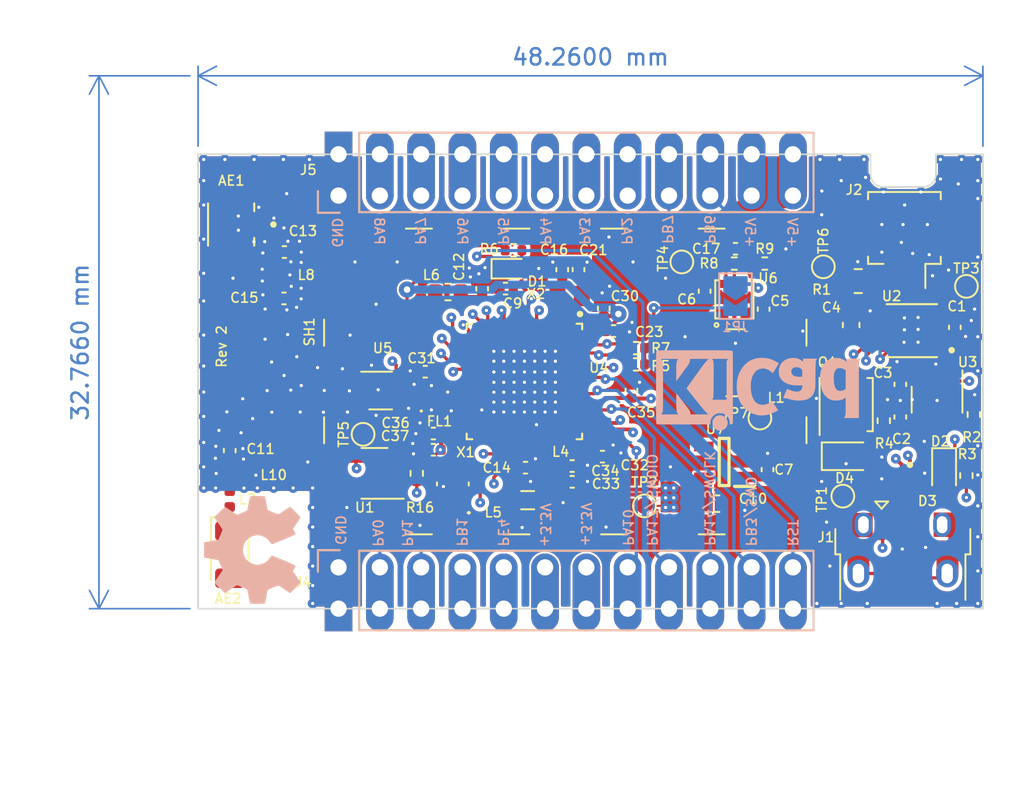
<source format=kicad_pcb>
(kicad_pcb (version 20211014) (generator pcbnew)
  (title_block (title "STM32 sensor board") (rev "1") (comment 4 "AISLER Project ID: FQUZEKKE"))
  (layers (0 "F.Cu" signal "Front") (1 "In1.Cu" signal) (2 "In2.Cu" signal) (31 "B.Cu" signal "Back") (34 "B.Paste" user) (35 "F.Paste" user) (36 "B.SilkS" user "B.Silkscreen") (37 "F.SilkS" user "F.Silkscreen") (38 "B.Mask" user) (39 "F.Mask" user) (44 "Edge.Cuts" user))
  (net 0 "")
  (net 1 "+BATT")
  (net 2 "VBUS")
  (net 3 "GND")
  (net 4 "Net-(C9-Pad1)")
  (net 5 "Net-(C12-Pad1)")
  (net 6 "Net-(C14-Pad1)")
  (net 7 "Net-(C21-Pad1)")
  (net 8 "+5V")
  (net 9 "+3.3V")
  (net 10 "Net-(L1-Pad2)")
  (net 11 "Net-(L4-Pad1)")
  (net 12 "Net-(L4-Pad2)")
  (net 13 "/PA10")
  (net 14 "/BAT_ALERT")
  (net 15 "/I2C_SDA")
  (net 16 "/I2C_SCL")
  (net 18 "Net-(U4-Pad24)")
  (net 19 "/ADC")
  (net 20 "/PB1")
  (net 21 "/PE4")
  (net 22 "/SWDIO")
  (net 23 "/SWCLK")
  (net 24 "/SWO")
  (net 25 "/SPI1_MOSI")
  (net 26 "/SPI1_MISO")
  (net 27 "/SPI1_SCK")
  (net 28 "/SPI1_NSS")
  (net 29 "/LPUART1_RX")
  (net 30 "/LPUART1_TX")
  (net 31 "/NRST")
  (net 32 "/USB_N")
  (net 33 "/USB_P")
  (net 34 "/PB9")
  (net 37 "VDD")
  (net 38 "/RF")
  (net 39 "Net-(AE1-Pad1)")
  (net 41 "Net-(AE2-Pad1)")
  (net 42 "Net-(C11-Pad2)")
  (net 43 "Net-(C15-Pad1)")
  (net 44 "/~{ANT_SEL}")
  (net 45 "/ANT_SEL")
  (net 46 "Net-(C16-Pad1)")
  (net 47 "Net-(C11-Pad1)")
  (net 48 "Net-(U4-Pad25)")
  (net 49 "/PB2")
  (net 50 "/PA0")
  (net 51 "/PA1")
  (net 52 "/ENABLE_5V")
  (net 55 "Net-(D2-Pad2)")
  (net 57 "Net-(D2-Pad1)")
  (net 58 "Net-(FL1-Pad1)")
  (net 59 "Net-(R2-Pad1)")
  (net 60 "/BAT_SENSE")
  (net 61 "Net-(C4-Pad1)")
  (net 64 "unconnected-(J1-Pad6)")
  (net 65 "Net-(C17-Pad2)")
  (net 66 "/PA9")
  (net 67 "/PA15")
  (footprint "Capacitor_SMD:C_0402_1005Metric" (layer "F.Cu") (at 93.92 64.15 90)
    (fp_text reference "C12")
    (fp_text value "100nF")
  )
  (footprint "Resistor_SMD:R_0402_1005Metric" (layer "F.Cu") (at 111.3 62.6)
    (fp_text reference "R9")
    (fp_text value "1.02M")
  )
  (footprint "Diode_SMD:D_SOD-523" (layer "F.Cu") (at 95.64914 62.916274)
    (fp_text reference "D1")
    (fp_text value "BAT54XV2T5G")
  )
  (footprint "Inductor_SMD:L_0402_1005Metric" (layer "F.Cu") (at 98.02 75.25 -90)
    (fp_text reference "L4")
    (fp_text value "10nH")
  )
  (footprint "lib:NX2012SA-32.768K-STD-MUB-1" (layer "F.Cu") (at 99.3 64.6 180)
    (fp_text reference "X2")
    (fp_text value "NX2012SA-32.768K" hide)
  )
  (footprint "Capacitor_SMD:C_0402_1005Metric" (layer "F.Cu") (at 102 66.75)
    (fp_text reference "C23")
    (fp_text value "100nF")
  )
  (footprint "Capacitor_SMD:C_0402_1005Metric" (layer "F.Cu") (at 99.455308 75.05)
    (fp_text reference "C34")
    (fp_text value "4.7uF")
  )
  (footprint "lib:MLPFWB5501E3" (layer "F.Cu") (at 90.7796 70.866 90)
    (fp_text reference "FL1")
    (fp_text value "MLPF-WB55-01E3" hide)
  )
  (footprint "Package_TO_SOT_SMD:SOT-23-5" (layer "F.Cu") (at 87.3 75.5 180)
    (fp_text reference "U1")
    (fp_text value "SN74LVC1G14DBV")
  )
  (footprint "Connector_USB:USB_Micro-B_Amphenol_10103594-0001LF_Horizontal" (layer "F.Cu") (at 119.8118 80.5434)
    (fp_text reference "J1")
    (fp_text value "10103594-0001LF")
  )
  (footprint "Capacitor_SMD:C_0402_1005Metric" (layer "F.Cu") (at 99.458116 76.020812)
    (fp_text reference "C33")
    (fp_text value "100nF")
  )
  (footprint "TestPoint:TestPoint_Pad_D1.0mm" (layer "F.Cu") (at 116.1 76.9)
    (fp_text reference "TP1")
    (fp_text value "TestPoint")
  )
  (footprint "TestPoint:TestPoint_Pad_D1.0mm" (layer "F.Cu") (at 123.7 64)
    (fp_text reference "TP3")
    (fp_text value "TestPoint")
  )
  (footprint "Capacitor_SMD:C_0402_1005Metric" (layer "F.Cu") (at 109.4976 61.6898)
    (fp_text reference "C17")
    (fp_text value "22pF")
  )
  (footprint "lib:SOT95P280X145-5N" (layer "F.Cu") (at 108.8 74.8 180)
    (fp_text reference "U7")
    (fp_text value "TPS7A2033PDBVR" hide)
  )
  (footprint "Capacitor_SMD:C_0402_1005Metric" (layer "F.Cu") (at 101.321588 74.470759)
    (fp_text reference "C32")
    (fp_text value "100nF")
  )
  (footprint "Capacitor_SMD:C_0402_1005Metric" (layer "F.Cu") (at 119.634 72.0344 90)
    (fp_text reference "C2")
    (fp_text value "4.7uF")
  )
  (footprint "Capacitor_SMD:C_0402_1005Metric" (layer "F.Cu") (at 90.42 69.25 180)
    (fp_text reference "C31")
    (fp_text value "100nF")
  )
  (footprint "lib:LTC3526BEDC-TRMPBF" (layer "F.Cu") (at 109.43 64.8 90)
    (fp_text reference "U6")
    (fp_text value "LTC3526BEDC-TRMPBF" hide)
  )
  (footprint "Capacitor_SMD:C_0402_1005Metric" (layer "F.Cu") (at 119.634 70.0278 -90)
    (fp_text reference "C3")
    (fp_text value "4.7uF")
  )
  (footprint "Inductor_SMD:L_0402_1005Metric" (layer "F.Cu") (at 78.4 77.08 90)
    (fp_text reference "L7")
    (fp_text value "3.9nH")
  )
  (footprint "Resistor_SMD:R_0402_1005Metric" (layer "F.Cu") (at 103.4 67.8 180)
    (fp_text reference "R7")
    (fp_text value "1k")
  )
  (footprint "Resistor_SMD:R_0402_1005Metric" (layer "F.Cu") (at 123.698 75.6412 -90)
    (fp_text reference "R3")
    (fp_text value "1.4k")
  )
  (footprint "lib:NX2016SA-32MHZ-EXS00A-CS11213" (layer "F.Cu") (at 92.12 76.15 180)
    (fp_text reference "X1")
    (fp_text value "NX2016SA-32MHZ" hide)
  )
  (footprint "lib:SON40P300X300X80-15N" (layer "F.Cu") (at 120.3452 66.7258 180)
    (fp_text reference "U2")
    (fp_text value "MAX17260SETD+")
  )
  (footprint "TestPoint:TestPoint_Pad_D1.0mm" (layer "F.Cu") (at 114.9 62.8)
    (fp_text reference "TP6")
    (fp_text value "TestPoint")
  )
  (footprint "Capacitor_SMD:C_0402_1005Metric" (layer "F.Cu") (at 99.84625 62.973875 90)
    (fp_text reference "C21")
    (fp_text value "15pF")
  )
  (footprint "Capacitor_SMD:C_0402_1005Metric" (layer "F.Cu") (at 81.7372 64.7446)
    (fp_text reference "C15")
    (fp_text value "DNP")
  )
  (footprint "Connector_Molex:Molex_PicoBlade_53261-0271_1x02-1MP_P1.25mm_Horizontal" (layer "F.Cu") (at 119.888 60.9092 180)
    (fp_text reference "J2")
    (fp_text value " ")
  )
  (footprint "Package_TO_SOT_SMD:SOT-23-5" (layer "F.Cu") (at 121.8946 70.9676 -90)
    (fp_text reference "U3")
    (fp_text value "MCP73831-2-OT")
  )
  (footprint "Capacitor_SMD:C_0603_1608Metric" (layer "F.Cu") (at 108.3682 77.3654)
    (fp_text reference "C10")
    (fp_text value "22uF")
  )
  (footprint "LED_SMD:LED_0603_1608Metric" (layer "F.Cu") (at 122.3264 75.438 -90)
    (fp_text reference "D2")
    (fp_text value "Red LED")
  )
  (footprint "RF_Antenna:Johanson_2450AT18x100" (layer "F.Cu") (at 78.4 80.5 -90)
    (fp_text reference "AE2")
    (fp_text value "Antenna_Chip")
  )
  (footprint "Resistor_SMD:R_0402_1005Metric" (layer "F.Cu") (at 89.9 75.5 90)
    (fp_text reference "R16")
    (fp_text value "10k")
  )
  (footprint "Resistor_SMD:R_0402_1005Metric" (layer "F.Cu") (at 95.851074 61.780395 180)
    (fp_text reference "R6")
    (fp_text value "100k")
  )
  (footprint "Inductor_SMD:L_0603_1608Metric" (layer "F.Cu") (at 91.82 64.35 180)
    (fp_text reference "L6")
    (fp_text value " ")
  )
  (footprint "Capacitor_SMD:C_0603_1608Metric" (layer "F.Cu") (at 116.6114 66.377761 90)
    (fp_text reference "C4")
    (fp_text value "0.47uF")
  )
  (footprint "Capacitor_SMD:C_0402_1005Metric" (layer "F.Cu") (at 98.84625 62.973875 90)
    (fp_text reference "C16")
    (fp_text value "15pF")
  )
  (footprint "Capacitor_SMD:C_0402_1005Metric" (layer "F.Cu") (at 103.1 70.4 90)
    (fp_text reference "C35")
    (fp_text value "100nF")
  )
  (footprint "Resistor_SMD:R_0805_2012Metric" (layer "F.Cu") (at 117.0432 63.6778)
    (fp_text reference "R1")
    (fp_text value "10m")
  )
  (footprint "TestPoint:TestPoint_Pad_D1.0mm" (layer "F.Cu") (at 86.6 73.1)
    (fp_text reference "TP5")
    (fp_text value "TestPoint")
  )
  (footprint "Capacitor_SMD:C_0402_1005Metric" (layer "F.Cu") (at 81.758516 61.891441)
    (fp_text reference "C13")
    (fp_text value "DNP")
  )
  (footprint "Capacitor_SMD:C_0402_1005Metric" (layer "F.Cu") (at 101.4 65.35 90)
    (fp_text reference "C30")
    (fp_text value "100nF")
  )
  (footprint "Capacitor_SMD:C_0402_1005Metric" (layer "F.Cu") (at 111.467 75.2698 -90)
    (fp_text reference "C7")
    (fp_text value "1uF")
  )
  (footprint "Capacitor_SMD:C_0402_1005Metric" (layer "F.Cu") (at 95.354961 64.141755 180)
    (fp_text reference "C9")
    (fp_text value "100nF")
  )
  (footprint "Capacitor_SMD:C_0402_1005Metric" (layer "F.Cu") (at 90.92 74.05 180)
    (fp_text reference "C37")
    (fp_text value "100nF")
  )
  (footprint "Inductor_SMD:L_0805_2012Metric" (layer "F.Cu") (at 96.72 77.15 180)
    (fp_text reference "L5")
    (fp_text value "10uH")
  )
  (footprint "TestPoint:TestPoint_Pad_D1.0mm" (layer "F.Cu") (at 106.2 62.5 180)
    (fp_text reference "TP4")
    (fp_text value "TestPoint")
  )
  (footprint "RF_Shielding:Laird_Technologies_BMI-S-209-F_29.36x18.50mm" (layer "F.Cu") (at 99.0342 69.85 180)
    (fp_text reference "SH1")
    (fp_text value "BMI-S-209-C-20")
  )
  (footprint "TestPoint:TestPoint_Pad_D1.0mm" (layer "F.Cu") (at 111 72.1)
    (fp_text reference "TP7")
    (fp_text value "TestPoint")
  )
  (footprint "Diode_SMD:D_SOD-323" (layer "F.Cu") (at 116.3066 74.4474)
    (fp_text reference "D4")
    (fp_text value "SD103AWS-E3-08")
  )
  (footprint "Capacitor_SMD:C_0402_1005Metric" (layer "F.Cu") (at 90.92 73.05 180)
    (fp_text reference "C36")
    (fp_text value "100pF")
  )
  (footprint "Castellation:Castellation_1x12_Drill" (layer "F.Cu") (at 99.06 55.88 90)
    (fp_text reference "J5")
    (fp_text value " ")
  )
  (footprint "TestPoint:TestPoint_Pad_D1.0mm" (layer "F.Cu") (at 103.9 77.5)
    (fp_text reference "TP2")
    (fp_text value "TestPoint")
  )
  (footprint "lib:TVS_RCLAMP0522P.TCT" (layer "F.Cu") (at 119.724931 76.176521 -90)
    (fp_text reference "D3")
    (fp_text value "RCLAMP0522P.TCT")
  )
  (footprint "Capacitor_SMD:C_0402_1005Metric" (layer "F.Cu") (at 111.23 65.4 -90)
    (fp_text reference "C5")
    (fp_text value "1uF")
  )
  (footprint "lib:LINX_CONUFL001-SMD-T" (layer "F.Cu") (at 78.486 60.198 90)
    (fp_text reference "AE1")
    (fp_text value "CONUFL001-SMD-T")
  )
  (footprint "Resistor_SMD:R_0402_1005Metric" (layer "F.Cu") (at 103.4 68.8 180)
    (fp_text reference "R5")
    (fp_text value "1k")
  )
  (footprint "Resistor_SMD:R_0402_1005Metric" (layer "F.Cu") (at 109.4247 62.6)
    (fp_text reference "R8")
    (fp_text value "3.24M")
  )
  (footprint "Inductor_SMD:L_Coilcraft_LPS4018" (layer "F.Cu") (at 109.5 68.7 180)
    (fp_text reference "L1")
    (fp_text value "6.8uH")
  )
  (footprint "Inductor_SMD:L_0402_1005Metric" (layer "F.Cu") (at 78.9 75.6 180)
    (fp_text reference "L10")
    (fp_text value "2.7nH")
  )
  (footprint "Resistor_SMD:R_0402_1005Metric" (layer "F.Cu") (at 124.1552 71.882 90)
    (fp_text reference "R2")
    (fp_text value "2k")
  )
  (footprint "Inductor_SMD:L_0402_1005Metric" (layer "F.Cu") (at 81.28 63.3222 -90)
    (fp_text reference "L8")
    (fp_text value "0R")
  )
  (footprint "Package_TO_SOT_SMD:SOT-363_SC-70-6" (layer "F.Cu") (at 87.6808 70.4088)
    (fp_text reference "U5")
    (fp_text value "MASWSS0115")
  )
  (footprint "Resistor_SMD:R_0402_1005Metric" (layer "F.Cu") (at 118.618 72.263 90)
    (fp_text reference "R4")
    (fp_text value "1k")
  )
  (footprint "Capacitor_SMD:C_0402_1005Metric" (layer "F.Cu") (at 107.6 64.3 -90)
    (fp_text reference "C6")
    (fp_text value "10uF")
  )
  (footprint "Package_SO:Vishay_PowerPAK_1212-8_Single" (layer "F.Cu") (at 116.3066 71.2724 90)
    (fp_text reference "Q1")
    (fp_text value "SI7423DN-T1-E3")
  )
  (footprint "lib:QFN50P700X700X60-49N" (layer "F.Cu") (at 96.52 69.85 -90)
    (fp_text reference "U4")
    (fp_text value "STM32WB55xx")
  )
  (footprint "Capacitor_SMD:C_0402_1005Metric" (layer "F.Cu") (at 78.4 74.1 90)
    (fp_text reference "C11")
    (fp_text value "1pF")
  )
  (footprint "Capacitor_SMD:C_0402_1005Metric" (layer "F.Cu") (at 96.585889 75.15233)
    (fp_text reference "C14")
    (fp_text value "4.7uF")
  )
  (footprint "Capacitor_SMD:C_0402_1005Metric" (layer "F.Cu") (at 122.9868 66.5226 -90)
    (fp_text reference "C1")
    (fp_text value "100nF")
  )
  (footprint "Castellation:Castellation_1x12_Drill" (layer "B.Cu") (at 99.06 83.82 -90)
    (fp_text reference "J4")
    (fp_text value " ")
  )
  (footprint "Symbol:OSHW-Symbol_6.7x6mm_SilkScreen" (layer "B.Cu") (at 79.8 80.2 -90)
    (fp_text reference "REF**" hide)
    (fp_text value "OSHW-Symbol_6.7x6mm_SilkScreen" hide)
  )
  (footprint "Symbol:KiCad-Logo_5mm_SilkScreen" (layer "B.Cu") (at 110.894302 69.882062)
    (fp_text reference "REF**" hide)
    (fp_text value "KiCad-Logo_5mm_SilkScreen" hide)
  )
  (footprint "Jumper:SolderJumper-2_P1.3mm_Open_TrianglePad1.0x1.5mm" (layer "B.Cu") (at 109.5 64.6 -90)
    (fp_text reference "JP1")
    (fp_text value " ")
  )
  (gr_line (start 86.361152 59.439431) (end 114.301796 59.438311) (layer "B.SilkS") (width 0.12))
  (gr_line (start 86.361152 59.439431) (end 86.360894 54.548145) (layer "B.SilkS") (width 0.12))
  (gr_line (start 83.821063 59.475258) (end 83.819842 58.14507) (layer "B.SilkS") (width 0.12))
  (gr_line (start 83.821063 59.475258) (end 85.165514 59.475258) (layer "B.SilkS") (width 0.12))
  (gr_line (start 86.360894 54.548145) (end 114.301538 54.547025) (layer "B.SilkS") (width 0.12))
  (gr_line (start 114.301796 59.438311) (end 114.301538 54.547025) (layer "B.SilkS") (width 0.12))
  (gr_line (start 86.360474 85.15042) (end 86.360732 80.259134) (layer "F.SilkS") (width 0.12))
  (gr_line (start 114.301118 85.15154) (end 86.360474 85.15042) (layer "F.SilkS") (width 0.12))
  (gr_line (start 83.819422 81.553495) (end 83.820643 80.223307) (layer "F.SilkS") (width 0.12))
  (gr_line (start 114.301376 80.260254) (end 86.360732 80.259134) (layer "F.SilkS") (width 0.12))
  (gr_line (start 85.165094 80.223307) (end 83.820643 80.223307) (layer "F.SilkS") (width 0.12))
  (gr_line (start 114.301118 85.15154) (end 114.301376 80.260254) (layer "F.SilkS") (width 0.12))
  (gr_arc (start 121.8299 57.0868) (mid 121.595595 57.652504) (end 121.0299 57.886828) (layer "Edge.Cuts") (width 0.1))
  (gr_line (start 124.714 55.88) (end 121.829891 55.87999) (layer "Edge.Cuts") (width 0.1))
  (gr_line (start 76.454 83.82) (end 76.454 55.88) (layer "Edge.Cuts") (width 0.1))
  (gr_line (start 124.714 83.82) (end 76.454 83.82) (layer "Edge.Cuts") (width 0.1))
  (gr_arc (start 118.6 57.9) (mid 118.034315 57.665685) (end 117.8 57.1) (layer "Edge.Cuts") (width 0.1))
  (gr_line (start 118.6 57.9) (end 121.0299 57.8868) (layer "Edge.Cuts") (width 0.1))
  (gr_line (start 121.8299 57.0868) (end 121.829891 55.87999) (layer "Edge.Cuts") (width 0.1))
  (gr_line (start 124.714 55.88) (end 124.714 83.82) (layer "Edge.Cuts") (width 0.1))
  (gr_line (start 117.8 57.1) (end 117.8 55.88) (layer "Edge.Cuts") (width 0.1))
  (gr_line (start 76.454 55.88) (end 117.8 55.88) (layer "Edge.Cuts") (width 0.1))
  (gr_text "PB6" (at 107.9 60.5 270) (layer "B.SilkS") (effects (font (size 0.6 0.6) (thickness 0.1)) (justify mirror)))
  (gr_text "PE4" (at 95.203553 79.132579 270) (layer "B.SilkS") (effects (font (size 0.6 0.6) (thickness 0.1)) (justify mirror)))
  (gr_text "+3.3V" (at 100.307904 78.646543 270) (layer "B.SilkS") (effects (font (size 0.6 0.6) (thickness 0.1)) (justify mirror)))
  (gr_text "+5V" (at 113 60.7 270) (layer "B.SilkS") (effects (font (size 0.6 0.6) (thickness 0.1)) (justify mirror)))
  (gr_text "GND" (at 85.2 78.985527 270) (layer "B.SilkS") (effects (font (size 0.6 0.6) (thickness 0.1)) (justify mirror)))
  (gr_text "+3.3V" (at 97.8 78.685527 270) (layer "B.SilkS") (effects (font (size 0.6 0.6) (thickness 0.1)) (justify mirror)))
  (gr_text "PB7" (at 105.3 60.5 270) (layer "B.SilkS") (effects (font (size 0.6 0.6) (thickness 0.1)) (justify mirror)))
  (gr_text "PA13/SWDIO" (at 104.351589 77.13584 270) (layer "B.SilkS") (effects (font (size 0.6 0.6) (thickness 0.1)) (justify mirror)))
  (gr_text "PA5" (at 95.2 60.6 270) (layer "B.SilkS") (effects (font (size 0.6 0.6) (thickness 0.1)) (justify mirror)))
  (gr_text "PA10" (at 102.881414 78.825652 270) (layer "B.SilkS") (effects (font (size 0.6 0.6) (thickness 0.1)) (justify mirror)))
  (gr_text "PA7" (at 90.1 60.6 270) (layer "B.SilkS") (effects (font (size 0.6 0.6) (thickness 0.1)) (justify mirror)))
  (gr_text "PA8\n" (at 87.6 60.6 270) (layer "B.SilkS") (effects (font (size 0.6 0.6) (thickness 0.1)) (justify mirror)))
  (gr_text "RST" (at 113.002306 79.166292 270) (layer "B.SilkS") (effects (font (size 0.6 0.6) (thickness 0.1)) (justify mirror)))
  (gr_text "PA14/SWCLK" (at 107.896058 77.041572 270) (layer "B.SilkS") (effects (font (size 0.6 0.6) (thickness 0.1)) (justify mirror)))
  (gr_text "PA0" (at 87.49024 79.162251 270) (layer "B.SilkS") (effects (font (size 0.6 0.6) (thickness 0.1)) (justify mirror)))
  (gr_text "PA2" (at 102.8 60.6 270) (layer "B.SilkS") (effects (font (size 0.6 0.6) (thickness 0.1)) (justify mirror)))
  (gr_text "GND" (at 85 60.7 270) (layer "B.SilkS") (effects (font (size 0.6 0.6) (thickness 0.1)) (justify mirror)))
  (gr_text "PA4" (at 97.8 60.6 270) (layer "B.SilkS") (effects (font (size 0.6 0.6) (thickness 0.1)) (justify mirror)))
  (gr_text "PA6" (at 92.7 60.6 270) (layer "B.SilkS") (effects (font (size 0.6 0.6) (thickness 0.1)) (justify mirror)))
  (gr_text "PB1" (at 92.662395 79.1 270) (layer "B.SilkS") (effects (font (size 0.6 0.6) (thickness 0.1)) (justify mirror)))
  (gr_text "+5V" (at 110.4 60.7 270) (layer "B.SilkS") (effects (font (size 0.6 0.6) (thickness 0.1)) (justify mirror)))
  (gr_text "PB3/SWO" (at 110.441289 77.842849 270) (layer "B.SilkS") (effects (font (size 0.6 0.6) (thickness 0.1)) (justify mirror)))
  (gr_text "PA1" (at 89.3 79.154552 270) (layer "B.SilkS") (effects (font (size 0.6 0.6) (thickness 0.1)) (justify mirror)))
  (gr_text "PA3" (at 100.2 60.6 270) (layer "B.SilkS") (effects (font (size 0.6 0.6) (thickness 0.1)) (justify mirror)))
  (gr_text "Rev 2" (at 77.9 67.7 90) (layer "F.SilkS") (effects (font (size 0.6 0.6) (thickness 0.1))))
  (dimension (type aligned) (layer "B.Cu") (pts (xy 76.454 83.82) (xy 76.454 51.054)) (height -6.096) (gr_text "32,7660 mm" (at 69.208 67.437 90) (layer "B.Cu") (effects (font (size 1 1) (thickness 0.15)))) (format (units 3) (units_format 1) (precision 4)) (style (thickness 0.1) (arrow_length 1.27) (text_position_mode 0) (extension_height 0.58642) (extension_offset 0.5) keep_text_aligned))
  (dimension (type aligned) (layer "B.Cu") (pts (xy 76.454 55.88) (xy 124.714 55.88)) (height -4.826) (gr_text "48,2600 mm" (at 100.584 49.904) (layer "B.Cu") (effects (font (size 1 1) (thickness 0.15)))) (format (units 3) (units_format 1) (precision 4)) (style (thickness 0.1) (arrow_length 1.27) (text_position_mode 0) (extension_height 0.58642) (extension_offset 0.5) keep_text_aligned))
  (segment (start 114.9 63.084) (end 115.4938 63.6778) (width 0.125) (layer "F.Cu") (net 1))
  (segment (start 115.4938 63.6778) (end 114.9096 64.262) (width 1) (layer "F.Cu") (net 1))
  (segment (start 117.8801 70.7149) (end 116.3066 70.7149) (width 0.5) (layer "F.Cu") (net 1))
  (segment (start 115.640008 66.110008) (end 115.8558 66.3258) (width 0.125) (layer "F.Cu") (net 1))
  (segment (start 116.5606 64.77) (end 115.817808 64.77) (width 0.125) (layer "F.Cu") (net 1))
  (segment (start 114.9 62.8) (end 114.9 63.084) (width 0.125) (layer "F.Cu") (net 1))
  (segment (start 116.1307 63.6778) (end 115.4938 63.6778) (width 1) (layer "F.Cu") (net 1))
  (segment (start 114.9096 64.262) (end 114.9096 69.3179) (width 1) (layer "F.Cu") (net 1))
  (segment (start 115.8558 66.3258) (end 118.8602 66.3258) (width 0.125) (layer "F.Cu") (net 1))
  (segment (start 120.9548 69.6976) (end 120.805 69.5478) (width 0.5) (layer "F.Cu") (net 1))
  (segment (start 120.805 69.5478) (end 119.634 69.5478) (width 0.5) (layer "F.Cu") (net 1))
  (segment (start 119.0472 69.5478) (end 117.8801 70.7149) (width 0.5) (layer "F.Cu") (net 1))
  (segment (start 115.817808 64.77) (end 115.640008 64.9478) (width 0.125) (layer "F.Cu") (net 1))
  (segment (start 116.459 63.6778) (end 116.7892 64.008) (width 0.125) (layer "F.Cu") (net 1))
  (segment (start 115.640008 64.9478) (end 115.640008 66.110008) (width 0.125) (layer "F.Cu") (net 1))
  (segment (start 114.9096 69.3179) (end 116.3066 70.7149) (width 1) (layer "F.Cu") (net 1))
  (segment (start 116.7892 64.5414) (end 116.5606 64.77) (width 0.125) (layer "F.Cu") (net 1))
  (segment (start 119.634 69.5478) (end 119.0472 69.5478) (width 0.5) (layer "F.Cu") (net 1))
  (segment (start 116.7892 64.008) (end 116.7892 64.5414) (width 0.125) (layer "F.Cu") (net 1))
  (segment (start 119.634 72.5144) (end 119.634 73.152) (width 0.5) (layer "F.Cu") (net 2))
  (segment (start 101.496804 70.863674) (end 103.083674 70.863674) (width 0.25) (layer "F.Cu") (net 2))
  (segment (start 118.3218 73.4822) (end 117.3566 74.4474) (width 0.5) (layer "F.Cu") (net 2))
  (segment (start 120.7542 72.5144) (end 119.634 72.5144) (width 0.5) (layer "F.Cu") (net 2))
  (segment (start 117.4 76.9) (end 118.4868 77.9868) (width 0.125) (layer "F.Cu") (net 2))
  (segment (start 118.4868 77.9868) (end 118.4868 78.7784) (width 0.125) (layer "F.Cu") (net 2))
  (segment (start 119.3038 73.4822) (end 118.3218 73.4822) (width 0.5) (layer "F.Cu") (net 2))
  (segment (start 119.634 73.152) (end 119.3038 73.4822) (width 0.5) (layer "F.Cu") (net 2))
  (segment (start 118.7476 72.5144) (end 119.634 72.5144) (width 0.2) (layer "F.Cu") (net 2))
  (segment (start 116.1 76.9) (end 117.4 76.9) (width 0.125) (layer "F.Cu") (net 2))
  (segment (start 118.618 72.644) (end 118.7476 72.5144) (width 0.2) (layer "F.Cu") (net 2))
  (segment (start 118.5418 80.0862) (end 118.5418 78.8334) (width 0.2) (layer "F.Cu") (net 2))
  (segment (start 120.9446 72.324) (end 120.7542 72.5144) (width 0.5) (layer "F.Cu") (net 2))
  (segment (start 103.12 70.9) (end 104.3 70.9) (width 0.25) (layer "F.Cu") (net 2))
  (segment (start 101.260478 71.1) (end 101.496804 70.863674) (width 0.25) (layer "F.Cu") (net 2))
  (segment (start 117.2966 72.7074) (end 118.5524 72.7074) (width 0.2) (layer "F.Cu") (net 2))
  (segment (start 99.955 71.1) (end 101.260478 71.1) (width 0.25) (layer "F.Cu") (net 2))
  (segment (start 123.698 76.1512) (end 123.698 76.9874) (width 0.2) (layer "F.Cu") (net 2))
  (via (at 123.698 76.9874) (size 0.6) (drill 0.2) (layers "F.Cu" "B.Cu") (net 2))
  (via (at 118.5418 80.0862) (size 0.6) (drill 0.2) (layers "F.Cu" "B.Cu") (net 2))
  (via (at 104.3 70.9) (size 0.6) (drill 0.2) (layers "F.Cu" "B.Cu") (net 2))
  (segment (start 92.6915 75.2761) (end 92.6915 75.9391) (width 0.2) (layer "F.Cu") (net 3))
  (segment (start 92.6915 75.9391) (end 92.449165 76.181435) (width 0.2) (layer "F.Cu") (net 3))
  (segment (start 99.935 62.47) (end 99.949 62.484) (width 0.2) (layer "F.Cu") (net 3))
  (segment (start 98.84625 62.493875) (end 99.84625 62.493875) (width 0.2) (layer "F.Cu") (net 3))
  (segment (start 91.538694 76.309285) (end 91.5485 76.319091) (width 0.2) (layer "F.Cu") (net 3))
  (segment (start 92.449165 76.181435) (end 91.54504 76.181435) (width 0.2) (layer "F.Cu") (net 3))
  (segment (start 91.5485 76.319091) (end 91.5485 77.0239) (width 0.2) (layer "F.Cu") (net 3))
  (segment (start 91.538694 76.309285) (end 91.647979 76.2) (width 0.2) (layer "F.Cu") (net 3))
  (via (at 94.6404 67.9958) (size 0.6) (drill 0.2) (layers "F.Cu" "B.Cu") (net 3))
  (via (at 83.8 69) (size 0.6) (drill 0.2) (layers "F.Cu" "B.Cu") (net 3))
  (via (at 89.7 74.3) (size 0.6) (drill 0.2) (layers "F.Cu" "B.Cu") (net 3))
  (via (at 89.4 71.5) (size 0.6) (drill 0.2) (layers "F.Cu" "B.Cu") (net 3))
  (via (at 97.155 69.2658) (size 0.6) (drill 0.2) (layers "F.Cu" "B.Cu") (net 3))
  (via (at 80.436514 64.522514) (size 0.6) (drill 0.2) (layers "F.Cu" "B.Cu") (net 3))
  (via (at 121.3 60.2) (size 0.6) (drill 0.2) (layers "F.Cu" "B.Cu") (net 3))
  (via (at 98.9 77.3) (size 0.6) (drill 0.2) (layers "F.Cu" "B.Cu") (net 3))
  (via (at 83.5 82.4) (size 0.6) (drill 0.2) (layers "F.Cu" "B.Cu") (net 3))
  (via (at 82.523063 68.329404) (size 0.6) (drill 0.2) (layers "F.Cu" "B.Cu") (net 3))
  (via (at 109.5 67.5) (size 0.6) (drill 0.2) (layers "F.Cu" "B.Cu") (net 3))
  (via (at 98.26705 62.507875) (size 0.6) (drill 0.2) (layers "F.Cu" "B.Cu") (net 3))
  (via (at 85.756779 70.427318) (size 0.6) (drill 0.2) (layers "F.Cu" "B.Cu") (net 3))
  (via (at 82.15815 62.489423) (size 0.6) (drill 0.2) (layers "F.Cu" "B.Cu") (net 3))
  (via (at 87.119892 68.851237) (size 0.6) (drill 0.2) (layers "F.Cu" "B.Cu") (net 3))
  (via (at 95.25 68.6054) (size 0.6) (drill 0.2) (layers "F.Cu" "B.Cu") (net 3))
  (via (at 79.9 56.2) (size 0.6) (drill 0.2) (layers "F.Cu" "B.Cu") (net 3))
  (via (at 119.7 61.3) (size 0.6) (drill 0.2) (layers "F.Cu" "B.Cu") (net 3))
  (via (at 90.8 71.6) (size 0.6) (drill 0.2) (layers "F.Cu" "B.Cu") (net 3))
  (via (at 78.1 56.2) (size 0.6) (drill 0.2) (layers "F.Cu" "B.Cu") (net 3))
  (via (at 79.096589 73.004037) (size 0.6) (drill 0.2) (layers "F.Cu" "B.Cu") (net 3))
  (via (at 97.79 69.9008) (size 0.6) (drill 0.2) (layers "F.Cu" "B.Cu") (net 3))
  (via (at 95.25 71.7296) (size 0.6) (drill 0.2) (layers "F.Cu" "B.Cu") (net 3))
  (via (at 97.155 68.6054) (size 0.6) (drill 0.2) (layers "F.Cu" "B.Cu") (net 3))
  (via (at 117.7798 65.5066) (size 0.6) (drill 0.2) (layers "F.Cu" "B.Cu") (net 3))
  (via (at 97.155 71.12) (size 0.6) (drill 0.2) (layers "F.Cu" "B.Cu") (net 3))
  (via (at 113.6396 66.7512) (size 0.6) (drill 0.2) (layers "F.Cu" "B.Cu") (net 3))
  (via (at 117.5 57.3) (size 0.6) (drill 0.2) (layers "F.Cu" "B.Cu") (net 3))
  (via (at 82.691402 61.228699) (size 0.6) (drill 0.2) (layers "F.Cu" "B.Cu") (net 3))
  (via (at 119.757103 80.154376) (size 0.6) (drill 0.2) (layers "F.Cu" "B.Cu") (net 3))
  (via (at 84.212925 70.405497) (size 0.6) (drill 0.2) (layers "F.Cu" "B.Cu") (net 3))
  (via (at 100.4 76) (size 0.6) (drill 0.2) (layers "F.Cu" "B.Cu") (net 3))
  (via (at 76.8 73.6) (size 0.6) (drill 0.2) (layers "F.Cu" "B.Cu") (net 3))
  (via (at 79.198712 70.914435) (size 0.6) (drill 0.2) (layers "F.Cu" "B.Cu") (net 3))
  (via (at 101.538356 78.802037) (size 0.6) (drill 0.2) (layers "F.Cu" "B.Cu") (net 3))
  (via (at 123.1 83.5) (size 0.6) (drill 0.2) (layers "F.Cu" "B.Cu") (net 3))
  (via (at 94.6404 71.7296) (size 0.6) (drill 0.2) (layers "F.Cu" "B.Cu") (net 3))
  (via (at 83.5 78.8) (size 0.6) (drill 0.2) (layers "F.Cu" "B.Cu") (net 3))
  (via (at 112.6 61.7) (size 0.6) (drill 0.2) (layers "F.Cu" "B.Cu") (net 3))
  (via (at 121.1072 73.533) (size 0.6) (drill 0.2) (layers "F.Cu" "B.Cu") (net 3))
  (via (at 80.699141 70.411673) (size 0.6) (drill 0.2) (layers "F.Cu" "B.Cu") (net 3))
  (via (at 101.3 64.4) (size 0.6) (drill 0.2) (layers "F.Cu" "B.Cu") (net 3))
  (via (at 78.222236 71.718043) (size 0.6) (drill 0.2) (layers "F.Cu" "B.Cu") (net 3))
  (via (at 95.25 69.9008) (size 0.6) (drill 0.2) (layers "F.Cu" "B.Cu") (net 3))
  (via (at 120.7262 67.437) (size 0.6) (drill 0.2) (layers "F.Cu" "B.Cu") (net 3))
  (via (at 117.0178 62.484) (size 0.6) (drill 0.2) (layers "F.Cu" "B.Cu") (net 3))
  (via (at 96.381907 78.830317) (size 0.6) (drill 0.2) (layers "F.Cu" "B.Cu") (net 3))
  (via (at 81.732158 60.405723) (size 0.6) (drill 0.2) (layers "F.Cu" "B.Cu") (net 3))
  (via (at 85.6409 71.731808) (size 0.6) (drill 0.2) (layers "F.Cu" "B.Cu") (net 3))
  (via (at 122.6 63) (size 0.6) (drill 0.2) (layers "F.Cu" "B.Cu") (net 3))
  (via (at 95.885 70.5104) (size 0.6) (drill 0.2) (layers "F.Cu" "B.Cu") (net 3))
  (via (at 78.6 63.5) (size 0.6) (drill 0.2) (layers "F.Cu" "B.Cu") (net 3))
  (via (at 82.733755 71.731422) (size 0.6) (drill 0.2) (layers "F.Cu" "B.Cu") (net 3))
  (via (at 77.5208 74.5744) (size 0.6) (drill 0.2) (layers "F.Cu" "B.Cu") (net 3))
  (via (at 80.553516 61.253296) (size 0.6) (drill 0.2) (layers "F.Cu" "B.Cu") (net 3))
  (via (at 118.6 58.2) (size 0.6) (drill 0.2) (layers "F.Cu" "B.Cu") (net 3))
  (via (at 87.527842 70.358412) (size 0.6) (drill 0.2) (layers "F.Cu" "B.Cu") (net 3))
  (via (at 87.4 65.1) (size 0.6) (drill 0.2) (layers "F.Cu" "B.Cu") (net 3))
  (via (at 114.8 59.6) (size 0.6) (drill 0.2) (layers "F.Cu" "B.Cu") (net 3))
  (via (at 94.6404 69.2658) (size 0.6) (drill 0.2) (layers "F.Cu" "B.Cu") (net 3))
  (via (at 79.886588 61.256683) (size 0.6) (drill 0.2) (layers "F.Cu" "B.Cu") (net 3))
  (via (at 76.8 72) (size 0.6) (drill 0.2) (layers "F.Cu" "B.Cu") (net 3))
  (via (at 100.37525 62.507875) (size 0.6) (drill 0.2) (layers "F.Cu" "B.Cu") (net 3))
  (via (at 123.2 57.7) (size 0.6) (drill 0.2) (layers "F.Cu" "B.Cu") (net 3))
  (via (at 82.3 76.4) (size 0.6) (drill 0.2) (layers "F.Cu" "B.Cu") (net 3))
  (via (at 120.7262 65.913) (size 0.6) (drill 0.2) (layers "F.Cu" "B.Cu") (net 3))
  (via (at 98.425 69.2658) (size 0.6) (drill 0.2) (layers "F.Cu" "B.Cu") (net 3))
  (via (at 81.96005 66.964121) (size 0.6) (drill 0.2) (layers "F.Cu" "B.Cu") (net 3))
  (via (at 83.5 81.2) (size 0.6) (drill 0.2) (layers "F.Cu" "B.Cu") (net 3))
  (via (at 89.654846 73.665254) (size 0.6) (drill 0.2) (layers "F.Cu" "B.Cu") (net 3))
  (via (at 98.425 68.6054) (size 0.6) (drill 0.2) (layers "F.Cu" "B.Cu") (net 3))
  (via (at 78.93468 60.549055) (size 0.6) (drill 0.2) (layers "F.Cu" "B.Cu") (net 3))
  (via (at 80.57505 65.397244) (size 0.6) (drill 0.2) (layers "F.Cu" "B.Cu") (net 3))
  (via (at 82.511593 65.292758) (size 0.6) (drill 0.2) (layers "F.Cu" "B.Cu") (net 3))
  (via (at 96.9 76) (size 0.6) (drill 0.2) (layers "F.Cu" "B.Cu") (net 3))
  (via (at 119.9 59) (size 0.6) (drill 0.2) (layers "F.Cu" "B.Cu") (net 3))
  (via (at 119.634 71.0184) (size 0.6) (drill 0.2) (layers "F.Cu" "B.Cu") (net 3))
  (via (at 103.134951 66.216725) (size 0.6) (drill 0.2) (layers "F.Cu" "B.Cu") (net 3))
  (via (at 95.885 71.12) (size 0.6) (drill 0.2) (layers "F.Cu" "B.Cu") (net 3))
  (via (at 94.6404 69.9008) (size 0.6) (drill 0.2) (layers "F.Cu" "B.Cu") (net 3))
  (via (at 76.8 63.2) (size 0.6) (drill 0.2) (layers "F.Cu" "B.Cu") (net 3))
  (via (at 118.5 60.2) (size 0.6) (drill 0.2) (layers "F.Cu" "B.Cu") (net 3))
  (via (at 79.811453 72.13206) (size 0.6) (drill 0.2) (layers "F.Cu" "B.Cu") (net 3))
  (via (at 118.5 61.9) (size 0.6) (drill 0.2) (layers "F.Cu" "B.Cu") (net 3))
  (via (at 88.7 62.5) (size 0.6) (drill 0.2) (layers "F.Cu" "B.Cu") (net 3))
  (via (at 124.4 58.6) (size 0.6) (drill 0.2) (layers "F.Cu" "B.Cu") (net 3))
  (via (at 124.4 81.5) (size 0.6) (drill 0.2) (layers "F.Cu" "B.Cu") (net 3))
  (via (at 96.52 71.12) (size 0.6) (drill 0.2) (layers "F.Cu" "B.Cu") (net 3))
  (via (at 97.79 69.2658) (size 0.6) (drill 0.2) (layers "F.Cu" "B.Cu") (net 3))
  (via (at 76.8 76.4) (size 0.6) (drill 0.2) (layers "F.Cu" "B.Cu") (net 3))
  (via (at 97.263036 72.506303) (size 0.6) (drill 0.2) (layers "F.Cu" "B.Cu") (net 3))
  (via (at 124.206 70.6628) (size 0.6) (drill 0.2) (layers "F.Cu" "B.Cu") (net 3))
  (via (at 81.977969 61.228699) (size 0.6) (drill 0.2) (layers "F.Cu" "B.Cu") (net 3))
  (via (at 91.538694 76.309285) (size 0.6) (drill 0.2) (layers "F.Cu" "B.Cu") (net 3))
  (via (at 98.425 69.9008) (size 0.6) (drill 0.2) (layers "F.Cu" "B.Cu") (net 3))
  (via (at 94.6404 68.6054) (size 0.6) (drill 0.2) (layers "F.Cu" "B.Cu") (net 3))
  (via (at 124.4 79.4) (size 0.6) (drill 0.2) (layers "F.Cu" "B.Cu") (net 3))
  (via (at 103.6 69.9) (size 0.6) (drill 0.2) (layers "F.Cu" "B.Cu") (net 3))
  (via (at 76.8 61.1) (size 0.6) (drill 0.2) (layers "F.Cu" "B.Cu") (net 3))
  (via (at 97.155 70.5104) (size 0.6) (drill 0.2) (layers "F.Cu" "B.Cu") (net 3))
  (via (at 80.186502 59.1389) (size 0.6) (drill 0.2) (layers "F.Cu" "B.Cu") (net 3))
  (via (at 96.52 69.2658) (size 0.6) (drill 0.2) (layers "F.Cu" "B.Cu") (net 3))
  (via (at 115.1 78.5) (size 0.6) (drill 0.2) (layers "F.Cu" "B.Cu") (net 3))
  (via (at 124.4 57.5) (size 0.6) (drill 0.2) (layers "F.Cu" "B.Cu") (net 3))
  (via (at 95.885 69.9008) (size 0.6) (drill 0.2) (layers "F.Cu" "B.Cu") (net 3))
  (via (at 81.7 56.2) (size 0.6) (drill 0.2) (layers "F.Cu" "B.Cu") (net 3))
  (via (at 96.52 67.9958) (size 0.6) (drill 0.2) (layers "F.Cu" "B.Cu") (net 3))
  (via (at 95.885 68.6054) (size 0.6) (drill 0.2) (layers "F.Cu" "B.Cu") (net 3))
  (via (at 76.8 68.9) (size 0.6) (drill 0.2) (layers "F.Cu" "B.Cu") (net 3))
  (via (at 76.8 57.5) (size 0.6) (drill 0.2) (layers "F.Cu" "B.Cu") (net 3))
  (via (at 97.79 67.9958) (size 0.6) (drill 0.2) (layers "F.Cu" "B.Cu") (net 3))
  (via (at 82.8 61.9) (size 0.6) (drill 0.2) (layers "F.Cu" "B.Cu") (net 3))
  (via (at 121.188671 80.054644) (size 0.6) (drill 0.2) (layers "F.Cu" "B.Cu") (net 3))
  (via (at 124.4 75.6) (size 0.6) (drill 0.2) (layers "F.Cu" "B.Cu") (net 3))
  (via (at 121.8184 68.7832) (size 0.6) (drill 0.2) (layers "F.Cu" "B.Cu") (net 3))
  (via (at 95.25 67.9958) (size 0.6) (drill 0.2) (layers "F.Cu" "B.Cu") (net 3))
  (via (at 90.805 70.104) (size 0.6) (drill 0.2) (layers "F.Cu" "B.Cu") (net 3))
  (via (at 76.8 70.5) (size 0.6) (drill 0.2) (layers "F.Cu" "B.Cu") (net 3))
  (via (at 85.6 77.6) (size 0.6) (drill 0.2) (layers "F.Cu" "B.Cu") (net 3))
  (via (at 82.793021 64.768598) (size 0.6) (drill 0.2) (layers "F.Cu" "B.Cu") (net 3))
  (via (at 115.9 56.2) (size 0.6) (drill 0.2) (layers "F.Cu" "B.Cu") (net 3))
  (via (at 121.6152 63.3476) (size 0.6) (drill 0.2) (layers "F.Cu" "B.Cu") (net 3))
  (via (at 83.5 83.5) (size 0.6) (drill 0.2) (layers "F.Cu" "B.Cu") (net 3))
  (via (at 79.248 74.6252) (size 0.6) (drill 0.2) (layers "F.Cu" "B.Cu") (net 3))
  (via (at 82.796296 64.12045) (size 0.6) (drill 0.2) (layers "F.Cu" "B.Cu") (net 3))
  (via (at 105.5 75.1) (size 0.6) (drill 0.2) (layers "F.Cu" "B.Cu") (net 3))
  (via (at 98.425 70.5104) (size 0.6) (drill 0.2) (layers "F.Cu" "B.Cu") (net 3))
  (via (at 82.796909 62.52996) (size 0.6) (drill 0.2) (layers "F.Cu" "B.Cu") (net 3))
  (via (at 90.1 72.4) (size 0.6) (drill 0.2) (layers "F.Cu" "B.Cu") (net 3))
  (via (at 83.5 77.6) (size 0.6) (drill 0.2) (layers "F.Cu" "B.Cu") (net 3))
  (via (at 117.6 83.5) (size 0.6) (drill 0.2) (layers "F.Cu" "B.Cu") (net 3))
  (via (at 94.097136 62.85154) (size 0.6) (drill 0.2) (layers "F.Cu" "B.Cu") (net 3))
  (via (at 119.888 65.9384) (size 0.6) (drill 0.2) (layers "F.Cu" "B.Cu") (net 3))
  (via (at 123.6472 67.0814) (size 0.6) (drill 0.2) (layers "F.Cu" "B.Cu") (net 3))
  (via (at 124 66.1) (size 0.6) (drill 0.2) (layers "F.Cu" "B.Cu") (net 3))
  (via (at 97.155 71.7296) (size 0.6) (drill 0.2) (layers "F.Cu" "B.Cu") (net 3))
  (via (at 85.8 67) (size 0.6) (drill 0.2) (layers "F.Cu" "B.Cu") (net 3))
  (via (at 89.843114 73.058339) (size 0.6) (drill 0.2) (layers "F.Cu" "B.Cu") (net 3))
  (via (at 101.979555 73.760966) (size 0.6) (drill 0.2) (layers "F.Cu" "B.Cu") (net 3))
  (via (at 97.4 62.9) (size 0.6) (drill 0.2) (layers "F.Cu" "B.Cu") (net 3))
  (via (at 80.01 75.6158) (size 0.6) (drill 0.2) (layers "F.Cu" "B.Cu") (net 3))
  (via (at 124.4 69.2) (size 0.6) (drill 0.2) (layers "F.Cu" "B.Cu") (net 3))
  (via (at 105.2 63.5) (size 0.6) (drill 0.2) (layers "F.Cu" "B.Cu") (net 3))
  (via (at 97.79 71.7296) (size 0.6) (drill 0.2) (layers "F.Cu" "B.Cu") (net 3))
  (via (at 80.406369 63.673428) (size 0.6) (drill 0.2) (layers "F.Cu" "B.Cu") (net 3))
  (via (at 95.885 69.2658) (size 0.6) (drill 0.2) (layers "F.Cu" "B.Cu") (net 3))
  (via (at 106.4 67.1) (size 0.6) (drill 0.2) (layers "F.Cu" "B.Cu") (net 3))
  (via (at 111.4724 74.2698) (size 0.6) (drill 0.2) (layers "F.Cu" "B.Cu") (net 3))
  (via (at 116 83.5) (size 0.6) (drill 0.2) (layers "F.Cu" "B.Cu") (net 3))
  (via (at 83.5 80) (size 0.6) (drill 0.2) (layers "F.Cu" "B.Cu") (net 3))
  (via (at 117.4 56.2) (size 0.6) (drill 0.2) (layers "F.Cu" "B.Cu") (net 3))
  (via (at 80.1 76.4) (size 0.6) (drill 0.2) (layers "F.Cu" "B.Cu") (net 3))
  (via (at 83.5 76.4) (size 0.6) (drill 0.2) (layers "F.Cu" "B.Cu") (net 3))
  (via (at 94.6404 71.12) (size 0.6) (drill 0.2) (layers "F.Cu" "B.Cu") (net 3))
  (via (at 124.4 83.5) (size 0.6) (drill 0.2) (layers "F.Cu" "B.Cu") (net 3))
  (via (at 124.4 77.5) (size 0.6) (drill 0.2) (layers "F.Cu" "B.Cu") (net 3))
  (via (at 81.1 76.4) (size 0.6) (drill 0.2) (layers "F.Cu" "B.Cu") (net 3))
  (via (at 119.4308 68.6308) (size 0.6) (drill 0.2) (layers "F.Cu" "B.Cu") (net 3))
  (via (at 81.9 58.3) (size 0.6) (drill 0.2) (layers "F.Cu" "B.Cu") (net 3))
  (via (at 93.130729 62.870312) (size 0.6) (drill 0.2) (layers "F.Cu" "B.Cu") (net 3))
  (via (at 80.43489 61.947609) (size 0.6) (drill 0.2) (layers "F.Cu" "B.Cu") (net 3))
  (via (at 94.6404 70.5104) (size 0.6) (drill 0.2) (layers "F.Cu" "B.Cu") (net 3))
  (via (at 124.4 56.2) (size 0.6) (drill 0.2) (layers "F.Cu" "B.Cu") (net 3))
  (via (at 124.4 73.8) (size 0.6) (drill 0.2) (layers "F.Cu" "B.Cu") (net 3))
  (via (at 120.7262 66.6496) (size 0.6) (drill 0.2) (layers "F.Cu" "B.Cu") (net 3))
  (via (at 114.7 56.2) (size 0.6) (drill 0.2) (layers "F.Cu" "B.Cu") (net 3))
  (via (at 96.52 69.9008) (size 0.6) (drill 0.2) (layers "F.Cu" "B.Cu") (net 3))
  (via (at 110.07 77.7718) (size 0.6) (drill 0.2) (layers "F.Cu" "B.Cu") (net 3))
  (via (at 116 57.5) (size 0.6) (drill 0.2) (layers "F.Cu" "B.Cu") (net 3))
  (via (at 98.425 71.7296) (size 0.6) (drill 0.2) (layers "F.Cu" "B.Cu") (net 3))
  (via (at 96.52 71.7296) (size 0.6) (drill 0.2) (layers "F.Cu" "B.Cu") (net 3))
  (via (at 82.152437 70.38025) (size 0.6) (drill 0.2) (layers "F.Cu" "B.Cu") (net 3))
  (via (at 114.5 83.5) (size 0.6) (drill 0.2) (layers "F.Cu" "B.Cu") (net 3))
  (via (at 77.735185 72.857112) (size 0.6) (drill 0.2) (layers "F.Cu" "B.Cu") (net 3))
  (via (at 119.8 60.2) (size 0.6) (drill 0.2) (layers "F.Cu" "B.Cu") (net 3))
  (via (at 89.7382 70.0278) (size 0.6) (drill 0.2) (layers "F.Cu" "B.Cu") (net 3))
  (via (at 76.8 56.2) (size 0.6) (drill 0.2) (layers "F.Cu" "B.Cu") (net 3))
  (via (at 96.52 68.6054) (size 0.6) (drill 0.2) (layers "F.Cu" "B.Cu") (net 3))
  (via (at 82.8 70.1) (size 0.6) (drill 0.2) (layers "F.Cu" "B.Cu") (net 3))
  (via (at 97.79 71.12) (size 0.6) (drill 0.2) (layers "F.Cu" "B.Cu") (net 3))
  (via (at 121.9 83.5) (size 0.6) (drill 0.2) (layers "F.Cu" "B.Cu") (net 3))
  (via (at 114.4778 70.8914) (size 0.6) (drill 0.2) (layers "F.Cu" "B.Cu") (net 3))
  (via (at 77.531547 76.401236) (size 0.6) (drill 0.2) (layers "F.Cu" "B.Cu") (net 3))
  (via (at 80.39632 62.949947) (size 0.6) (drill 0.2) (layers "F.Cu" "B.Cu") (net 3))
  (via (at 97.79 70.5104) (size 0.6) (drill 0.2) (layers "F.Cu" "B.Cu") (net 3))
  (via (at 95.25 70.5104) (size 0.6) (drill 0.2) (layers "F.Cu" "B.Cu") (net 3))
  (via (at 120.396 61.976) (size 0.6) (drill 0.2) (layers "F.Cu" "B.Cu") (net 3))
  (via (at 98.425 67.9958) (size 0.6) (drill 0.2) (layers "F.Cu" "B.Cu") (net 3))
  (via (at 101.718156 60.965974) (size 0.6) (drill 0.2) (layers "F.Cu" "B.Cu") (net 3))
  (via (at 97.155 67.9958) (size 0.6) (drill 0.2) (layers "F.Cu" "B.Cu") (net 3))
  (via (at 118.8466 70.9676) (size 0.6) (drill 0.2) (layers "F.Cu" "B.Cu") (net 3))
  (via (at 122.1 56.2) (size 0.6) (drill 0.2) (layers "F.Cu" "B.Cu") (net 3))
  (via (at 77.566437 75.505723) (size 0.6) (drill 0.2) (layers "F.Cu" "B.Cu") (net 3))
  (via (at 84.158874 71.7409) (size 0.6) (drill 0.2) (layers "F.Cu" "B.Cu") (net 3))
  (via (at 93.199999 63.41953) (size 0.6) (drill 0.2) (layers "F.Cu" "B.Cu") (net 3))
  (via (at 124.4 67.1) (size 0.6) (drill 0.2) (layers "F.Cu" "B.Cu") (net 3))
  (via (at 76.8 75.1) (size 0.6) (drill 0.2) (layers "F.Cu" "B.Cu") (net 3))
  (via (at 121.412 62.0522) (size 0.6) (drill 0.2) (layers "F.Cu" "B.Cu") (net 3))
  (via (at 118.5 74.5) (size 0.6) (drill 0.2) (layers "F.Cu" "B.Cu") (net 3))
  (via (at 103.2 62.5) (size 0.6) (drill 0.2) (layers "F.Cu" "B.Cu") (net 3))
  (via (at 95.885 71.7296) (size 0.6) (drill 0.2) (layers "F.Cu" "B.Cu") (net 3))
  (via (at 121.8946 71.0184) (size 0.6) (drill 0.2) (layers "F.Cu" "B.Cu") (net 3))
  (via (at 80.572219 67.252161) (size 0.6) (drill 0.2) (layers "F.Cu" "B.Cu") (net 3))
  (via (at 100.4 75) (size 0.6) (drill 0.2) (layers "F.Cu" "B.Cu") (net 3))
  (via (at 85.331264 69.068945) (size 0.6) (drill 0.2) (layers "F.Cu" "B.Cu") (net 3))
  (via (at 101.757322 63.993662) (size 0.6) (drill 0.2) (layers "F.Cu" "B.Cu") (net 3))
  (via (at 102.450572 74.243612) (size 0.6) (drill 0.2) (layers "F.Cu" "B.Cu") (net 3))
  (via (at 92.0242 71.6534) (size 0.6) (drill 0.2) (layers "F.Cu" "B.Cu") (net 3))
  (via (at 96.52 70.5104) (size 0.6) (drill 0.2) (layers "F.Cu" "B.Cu") (net 3))
  (via (at 124.4 62.2) (size 0.6) (drill 0.2) (layers "F.Cu" "B.Cu") (net 3))
  (via (at 80.9898 71.739278) (size 0.6) (drill 0.2) (layers "F.Cu" "B.Cu") (net 3))
  (via (at 118.492593 75.83623) (size 0.6) (drill 0.2) (layers "F.Cu" "B.Cu") (net 3))
  (via (at 98.425 71.12) (size 0.6) (drill 0.2) (layers "F.Cu" "B.Cu") (net 3))
  (via (at 123.4 56.2) (size 0.6) (drill 0.2) (layers "F.Cu" "B.Cu") (net 3))
  (via (at 76.8 64.9) (size 0.6) (drill 0.2) (layers "F.Cu" "B.Cu") (net 3))
  (via (at 119.8626 67.437) (size 0.6) (drill 0.2) (layers "F.Cu" "B.Cu") (net 3))
  (via (at 121.1326 75.4888) (size 0.6) (drill 0.2) (layers "F.Cu" "B.Cu") (net 3))
  (via (at 90.1 78.7) (size 0.6) (drill 0.2) (layers "F.Cu" "B.Cu") (net 3))
  (via (at 86.1 62.5) (size 0.6) (drill 0.2) (layers "F.Cu" "B.Cu") (net 3))
  (via (at 116.3 74.9046) (size 0.6) (drill 0.2) (layers "F.Cu" "B.Cu") (net 3))
  (via (at 114.808 58.1406) (size 0.6) (drill 0.2) (layers "F.Cu" "B.Cu") (net 3))
  (via (at 83.2 74.8) (size 0.6) (drill 0.2) (layers "F.Cu" "B.Cu") (net 3))
  (via (at 95.25 69.2658) (size 0.6) (drill 0.2) (layers "F.Cu" "B.Cu") (net 3))
  (via (at 93.9 71.6) (size 0.6) (drill 0.2) (layers "F.Cu" "B.Cu") (net 3))
  (via (at 76.8 59) (size 0.6) (drill 0.2) (layers "F.Cu" "B.Cu") (net 3))
  (via (at 79.273436 76.406029) (size 0.6) (drill 0.2) (layers "F.Cu" "B.Cu") (net 3))
  (via (at 93.71953 63.226562) (size 0.6) (drill 0.2) (layers "F.Cu" "B.Cu") (net 3))
  (via (at 97.155 69.9008) (size 0.6) (drill 0.2) (layers "F.Cu" "B.Cu") (net 3))
  (via (at 79.209564 73.98087) (size 0.6) (drill 0.2) (layers "F.Cu" "B.Cu") (net 3))
  (via (at 82.1 63.3) (size 0.6) (drill 0.2) (layers "F.Cu" "B.Cu") (net 3))
  (via (at 114.8 76) (size 0.6) (drill 0.2) (layers "F.Cu" "B.Cu") (net 3))
  (via (at 91.8 70.5) (size 0.6) (drill 0.2) (layers "F.Cu" "B.Cu") (net 3))
  (via (at 81.91349 65.447887) (size 0.6) (drill 0.2) (layers "F.Cu" "B.Cu") (net 3))
  (via (at 120.3706 70.9676) (size 0.6) (drill 0.2) (layers "F.Cu" "B.Cu") (net 3))
  (via (at 102.98 66.8) (size 0.6) (drill 0.2) (layers "F.Cu" "B.Cu") (net 3))
  (via (at 83.3 56.2) (size 0.6) (drill 0.2) (layers "F.Cu" "B.Cu") (net 3))
  (via (at 76.8 67) (size 0.6) (drill 0.2) (layers "F.Cu" "B.Cu") (net 3))
  (via (at 119.888 66.675) (size 0.6) (drill 0.2) (layers "F.Cu" "B.Cu") (net 3))
  (via (at 120.9 58.2) (size 0.6) (drill 0.2) (layers "F.Cu" "B.Cu") (net 3))
  (via (at 78.929732 59.678222) (size 0.6) (drill 0.2) (layers "F.Cu" "B.Cu") (net 3))
  (via (at 80.9733 68.657456) (size 0.6) (drill 0.2) (layers "F.Cu" "B.Cu") (net 3))
  (via (at 82.182445 64.001016) (size 0.6) (drill 0.2) (layers "F.Cu" "B.Cu") (net 3))
  (via (at 124.4 77.5) (size 0.6) (drill 0.2) (layers "F.Cu" "B.Cu") (net 3))
  (via (at 97.2 74.6) (size 0.6) (drill 0.2) (layers "F.Cu" "B.Cu") (net 3))
  (via (at 115.3 81.2) (size 0.6) (drill 0.2) (layers "F.Cu" "B.Cu") (net 3))
  (via (at 95.885 67.9958) (size 0.6) (drill 0.2) (layers "F.Cu" "B.Cu") (net 3))
  (via (at 81.742525 69.483242) (size 0.6) (drill 0.2) (layers "F.Cu" "B.Cu") (net 3))
  (via (at 97.79 68.6054) (size 0.6) (drill 0.2) (layers "F.Cu" "B.Cu") (net 3))
  (via (at 122.1 57.4) (size 0.6) (drill 0.2) (layers "F.Cu" "B.Cu") (net 3))
  (via (at 124.2 65.4) (size 0.6) (drill 0.2) (layers "F.Cu" "B.Cu") (net 3))
  (via (at 89.5 69.2) (size 0.6) (drill 0.2) (layers "F.Cu" "B.Cu") (net 3))
  (via (at 95.25 71.12) (size 0.6) (drill 0.2) (layers "F.Cu" "B.Cu") (net 3))
  (via (at 81.115185 59.809156) (size 0.6) (drill 0.2) (layers "F.Cu" "B.Cu") (net 3))
  (via (at 87.4014 71.9328) (size 0.6) (drill 0.2) (layers "F.Cu" "B.Cu") (net 3))
  (via (at 77.54425 73.834496) (size 0.6) (drill 0.2) (layers "F.Cu" "B.Cu") (net 3))
  (segment (start 96.27 66.415) (end 96.27 64.576794) (width 0.2) (layer "F.Cu") (net 4))
  (segment (start 96.27 64.576794) (end 95.834961 64.141755) (width 0.2) (layer "F.Cu") (net 4))
  (segment (start 95.834961 64.141755) (end 96.34914 63.627576) (width 0.2) (layer "F.Cu") (net 4))
  (segment (start 96.34914 62.916274) (end 96.34914 61.792329) (width 0.2) (layer "F.Cu") (net 4))
  (segment (start 96.34914 63.627576) (end 96.34914 62.916274) (width 0.2) (layer "F.Cu") (net 4))
  (segment (start 95.406591 64.806591) (end 94.096591 64.806591) (width 0.2) (layer "F.Cu") (net 5))
  (segment (start 95.77 66.415) (end 95.77 65.17) (width 0.2) (layer "F.Cu") (net 5))
  (segment (start 95.77 65.17) (end 95.406591 64.806591) (width 0.2) (layer "F.Cu") (net 5))
  (segment (start 93.92 64.63) (end 92.8875 64.63) (width 0.2) (layer "F.Cu") (net 5))
  (segment (start 96.77 73.285) (end 96.77 74.2) (width 0.2) (layer "F.Cu") (net 6))
  (segment (start 96.77 74.2) (end 96.105889 74.864111) (width 0.2) (layer "F.Cu") (net 6))
  (segment (start 95.6575 77.15) (end 96.105889 76.701611) (width 0.2) (layer "F.Cu") (net 6))
  (segment (start 96.105889 76.701611) (end 96.105889 75.15233) (width 0.2) (layer "F.Cu") (net 6))
  (segment (start 96.105889 74.864111) (end 96.105889 75.15233) (width 0.2) (layer "F.Cu") (net 6))
  (segment (start 99.4 65.6) (end 100.0493 64.9507) (width 0.2) (layer "F.Cu") (net 7))
  (segment (start 98.77 65.73) (end 98.9 65.6) (width 0.2) (layer "F.Cu") (net 7))
  (segment (start 100.0493 64.9507) (end 100.0493 64.6) (width 0.2) (layer "F.Cu") (net 7))
  (segment (start 99.84625 64.39695) (end 100.0493 64.6) (width 0.2) (layer "F.Cu") (net 7))
  (segment (start 99.84625 63.453875) (end 99.84625 64.39695) (width 0.2) (layer "F.Cu") (net 7))
  (segment (start 98.77 66.415) (end 98.77 65.73) (width 0.2) (layer "F.Cu") (net 7))
  (segment (start 99.718829 64.851171) (end 99.718829 65.081171) (width 0.2) (layer "F.Cu") (net 7))
  (segment (start 98.9 65.6) (end 99.4 65.6) (width 0.2) (layer "F.Cu") (net 7))
  (segment (start 108.9147 62.6) (end 108.9147 63.834698) (width 0.2) (layer "F.Cu") (net 8))
  (segment (start 106.2 62.5) (end 107.6 62.5) (width 0.125) (layer "F.Cu") (net 8))
  (segment (start 107.6 62.5) (end 107.6 63.82) (width 0.125) (layer "F.Cu") (net 8))
  (segment (start 109.0176 61.6898) (end 109.0176 62.4971) (width 0.2) (layer "F.Cu") (net 8))
  (segment (start 91.5508 69.9008) (end 90.9 69.25) (width 0.2) (layer "F.Cu") (net 9))
  (segment (start 100.185 66.415) (end 99.27 66.415) (width 0.25) (layer "F.Cu") (net 9))
  (segment (start 90.7 74.7) (end 91.35 74.05) (width 0.2) (layer "F.Cu") (net 9))
  (segment (start 89.3 67.6) (end 89.3 64.2) (width 0.2) (layer "F.Cu") (net 9))
  (segment (start 98.27 73.285) (end 98.27 73.9) (width 0.25) (layer "F.Cu") (net 9))
  (segment (start 99 76.042696) (end 99 76.4) (width 0.25) (layer "F.Cu") (net 9))
  (segment (start 102.3 65.7) (end 102.17 65.83) (width 0.25) (layer "F.Cu") (net 9))
  (segment (start 95.060679 61.5) (end 92 61.5) (width 0.2) (layer "F.Cu") (net 9))
  (segment (start 98.975308 75.05) (end 98.975308 76.018004) (width 0.25) (layer "F.Cu") (net 9))
  (segment (start 93.085 70.6) (end 92.444 70.6) (width 0.2) (layer "F.Cu") (net 9))
  (segment (start 102.3 65.981755) (end 102.3 65.7) (width 0.25) (layer "F.Cu") (net 9))
  (segment (start 89.3 64.2) (end 90.8825 64.2) (width 0.25) (layer "F.Cu") (net 9))
  (segment (start 103.9 77.5) (end 104.958579 77.5) (width 0.125) (layer "F.Cu") (net 9))
  (segment (start 98.77 73.9) (end 98.77 73.285) (width 0.25) (layer "F.Cu") (net 9))
  (segment (start 103.91 68.8) (end 103.91 67.8) (width 0.2) (layer "F.Cu") (net 9))
  (segment (start 100.841588 74.470759) (end 100.444817 74.073988) (width 0.25) (layer "F.Cu") (net 9))
  (segment (start 92.444 70.6) (end 92.329 70.485) (width 0.2) (layer "F.Cu") (net 9))
  (segment (start 90.9 69.2) (end 89.3 67.6) (width 0.2) (layer "F.Cu") (net 9))
  (segment (start 91.4 73.063346) (end 91.4 74.05) (width 0.25) (layer "F.Cu") (net 9))
  (segment (start 100.77 65.83) (end 100.185 66.415) (width 0.25) (layer "F.Cu") (net 9))
  (segment (start 86.3 76.5875) (end 86.3 77.2) (width 0.2) (layer "F.Cu") (net 9))
  (segment (start 98.943988 74.073988) (end 98.77 73.9) (width 0.25) (layer "F.Cu") (net 9))
  (segment (start 107.6062 76.0446) (end 107.6062 77.266) (width 0.9) (layer "F.Cu") (net 9))
  (segment (start 99 76.4) (end 99.4 76.8) (width 0.25) (layer "F.Cu") (net 9))
  (segment (start 101.52 66.75) (end 101.531755 66.75) (width 0.25) (layer "F.Cu") (net 9))
  (segment (start 90.2 77.5) (end 90.7 77) (width 0.2) (layer "F.Cu") (net 9))
  (segment (start 86.3 77.2) (end 86.6 77.5) (width 0.2) (layer "F.Cu") (net 9))
  (segment (start 103.91 67.8) (end 104.471584 67.238416) (width 0.2) (layer "F.Cu") (net 9))
  (segment (start 102.8 76.5) (end 105.1 76.5) (width 0.25) (layer "F.Cu") (net 9))
  (segment (start 101.52 66.75) (end 101.05 66.75) (width 0.25) (layer "F.Cu") (net 9))
  (segment (start 98.27 73.9) (end 98.975308 74.605308) (width 0.25) (layer "F.Cu") (net 9))
  (segment (start 100.7 67.1) (end 99.955 67.1) (width 0.25) (layer "F.Cu") (net 9))
  (segment (start 92.329 70.485) (end 92.329 70.2056) (width 0.2) (layer "F.Cu") (net 9))
  (segment (start 90.8825 64.2) (end 91.0325 64.35) (width 0.25) (layer "F.Cu") (net 9))
  (segment (start 102.17 65.83) (end 100.77 65.83) (width 0.25) (layer "F.Cu") (net 9))
  (segment (start 90.7 77) (end 90.7 74.7) (width 0.2) (layer "F.Cu") (net 9))
  (segment (start 102.3 65.7) (end 102.2 65.7) (width 0.25) (layer "F.Cu") (net 9))
  (segment (start 86.6 77.5) (end 90.2 77.5) (width 0.2) (layer "F.Cu") (net 9))
  (segment (start 92.363346 72.1) (end 91.4 73.063346) (width 0.25) (layer "F.Cu") (net 9))
  (segment (start 90.9 69.25) (end 90.9 69.2) (width 0.2) (layer "F.Cu") (net 9))
  (segment (start 101.05 66.75) (end 100.7 67.1) (width 0.25) (layer "F.Cu") (net 9))
  (segment (start 93.085 72.1) (end 92.363346 72.1) (width 0.25) (layer "F.Cu") (net 9))
  (segment (start 100.444817 74.073988) (end 98.943988 74.073988) (width 0.25) (layer "F.Cu") (net 9))
  (segment (start 92.0242 69.9008) (end 91.5508 69.9008) (width 0.2) (layer "F.Cu") (net 9))
  (segment (start 92.329 70.2056) (end 92.0242 69.9008) (width 0.2) (layer "F.Cu") (net 9))
  (segment (start 92 61.5) (end 89.3 64.2) (width 0.2) (layer "F.Cu") (net 9))
  (segment (start 99.4 76.8) (end 105.1 76.8) (width 0.25) (layer "F.Cu") (net 9))
  (segment (start 98.975308 74.605308) (end 98.975308 75.05) (width 0.25) (layer "F.Cu") (net 9))
  (segment (start 95.341074 61.780395) (end 95.060679 61.5) (width 0.2) (layer "F.Cu") (net 9))
  (segment (start 100.841588 74.541588) (end 102.8 76.5) (width 0.25) (layer "F.Cu") (net 9))
  (segment (start 104.471584 67.238416) (end 104.471584 65.328415) (width 0.2) (layer "F.Cu") (net 9))
  (segment (start 101.531755 66.75) (end 102.3 65.981755) (width 0.25) (layer "F.Cu") (net 9))
  (via (at 91.35 74.05) (size 0.6) (drill 0.2) (layers "F.Cu" "B.Cu") (net 9))
  (via (at 105.2 77.6) (size 0.6) (drill 0.2) (layers "F.Cu" "B.Cu") (net 9))
  (via (at 105.7 77.6) (size 0.6) (drill 0.2) (layers "F.Cu" "B.Cu") (net 9))
  (via (at 105.7 76.4) (size 0.6) (drill 0.2) (layers "F.Cu" "B.Cu") (net 9))
  (via (at 89.3 64.2) (size 1) (drill 0.4) (layers "F.Cu" "B.Cu") (net 9))
  (via (at 104.471584 65.328415) (size 0.6) (drill 0.2) (layers "F.Cu" "B.Cu") (net 9))
  (via (at 105.7 77) (size 0.6) (drill 0.2) (layers "F.Cu" "B.Cu") (net 9))
  (via (at 105.2 77) (size 0.6) (drill 0.2) (layers "F.Cu" "B.Cu") (net 9))
  (via (at 105.2 76.4) (size 0.6) (drill 0.2) (layers "F.Cu" "B.Cu") (net 9))
  (via (at 102.3 65.7) (size 1) (drill 0.4) (layers "F.Cu" "B.Cu") (net 9))
  (arc (start 104.958579 77.5) (mid 105.089235 77.525989) (end 105.2 77.6) (width 0.125) (layer "F.Cu") (net 9))
  (segment (start 102.3 65.7) (end 101.9 65.3) (width 0.5) (layer "B.Cu") (net 9))
  (segment (start 100.6 65.3) (end 99.2 63.9) (width 0.5) (layer "B.Cu") (net 9))
  (segment (start 94.8 63.9) (end 94.5 64.2) (width 0.5) (layer "B.Cu") (net 9))
  (segment (start 99.2 63.9) (end 94.8 63.9) (width 0.5) (layer "B.Cu") (net 9))
  (segment (start 104.7 65.325) (end 104.474999 65.325) (width 0.2) (layer "B.Cu") (net 9))
  (segment (start 104.7 65.325) (end 109.5 65.325) (width 0.2) (layer "B.Cu") (net 9))
  (segment (start 104.474999 65.325) (end 104.471584 65.328415) (width 0.2) (layer "B.Cu") (net 9))
  (segment (start 94.5 64.2) (end 89.3 64.2) (width 0.5) (layer "B.Cu") (net 9))
  (segment (start 101.9 65.3) (end 100.6 65.3) (width 0.5) (layer "B.Cu") (net 9))
  (segment (start 97.77 73.285) (end 97.77 74.515) (width 0.2) (layer "F.Cu") (net 11))
  (segment (start 97.77 74.515) (end 98.02 74.765) (width 0.2) (layer "F.Cu") (net 11))
  (segment (start 98.02 75.735) (end 98.02 76.9125) (width 0.2) (layer "F.Cu") (net 12))
  (segment (start 99.27 73.285) (end 102.571312 73.285) (width 0.2) (layer "F.Cu") (net 13))
  (segment (start 102.571312 73.285) (end 103.40563 74.119318) (width 0.2) (layer "F.Cu") (net 13))
  (via (at 103.40563 74.119318) (size 0.6) (drill 0.2) (layers "F.Cu" "B.Cu") (net 13))
  (segment (start 103.4 74.124948) (end 103.4 80.75) (width 0.2) (layer "B.Cu") (net 13))
  (segment (start 103.4 80.75) (end 102.87 81.28) (width 0.2) (layer "B.Cu") (net 13))
  (segment (start 103.40563 74.119318) (end 103.4 74.124948) (width 0.2) (layer "B.Cu") (net 13))
  (segment (start 118.8602 67.1258) (end 117.9742 67.1258) (width 0.2) (layer "F.Cu") (net 14))
  (segment (start 117.9742 67.1258) (end 117 68.1) (width 0.2) (layer "F.Cu") (net 14))
  (segment (start 97.425361 65.475593) (end 97.27 65.630954) (width 0.2) (layer "F.Cu") (net 14))
  (segment (start 97.27 65.630954) (end 97.27 66.415) (width 0.2) (layer "F.Cu") (net 14))
  (via (at 97.425361 65.475593) (size 0.6) (drill 0.2) (layers "F.Cu" "B.Cu") (net 14))
  (via (at 116.7638 68.1736) (size 0.6) (drill 0.2) (layers "F.Cu" "B.Cu") (net 14))
  (segment (start 102.89 67.8) (end 102.7 67.8) (width 0.2) (layer "F.Cu") (net 15))
  (segment (start 102.4386 67.5386) (end 101.6 67.5386) (width 0.2) (layer "F.Cu") (net 15))
  (segment (start 99.955 67.6) (end 101.5386 67.6) (width 0.2) (layer "F.Cu") (net 15))
  (segment (start 117.5258 68.2742) (end 117.5258 68.58) (width 0.2) (layer "F.Cu") (net 15))
  (segment (start 101.5386 67.6) (end 101.6 67.5386) (width 0.2) (layer "F.Cu") (net 15))
  (segment (start 102.7 67.8) (end 102.4386 67.5386) (width 0.2) (layer "F.Cu") (net 15))
  (segment (start 118.2742 67.5258) (end 117.5258 68.2742) (width 0.2) (layer "F.Cu") (net 15))
  (segment (start 118.8602 67.5258) (end 118.2742 67.5258) (width 0.2) (layer "F.Cu") (net 15))
  (via (at 117.5258 68.58) (size 0.6) (drill 0.2) (layers "F.Cu" "B.Cu") (net 15))
  (via (at 101.6 67.5386) (size 0.6) (drill 0.2) (layers "F.Cu" "B.Cu") (net 15))
  (segment (start 114.1 63.6) (end 117.5258 67.0258) (width 0.2) (layer "B.Cu") (net 15))
  (segment (start 117.5258 67.0258) (end 117.5258 68.58) (width 0.2) (layer "B.Cu") (net 15))
  (segment (start 105.41 59.61) (end 106.1 60.3) (width 0.2) (layer "B.Cu") (net 15))
  (segment (start 109 60.3) (end 112.3 63.6) (width 0.2) (layer "B.Cu") (net 15))
  (segment (start 112.3 63.6) (end 114.1 63.6) (width 0.2) (layer "B.Cu") (net 15))
  (segment (start 106.1 60.3) (end 109 60.3) (width 0.2) (layer "B.Cu") (net 15))
  (segment (start 105.41 58.42) (end 105.41 59.61) (width 0.2) (layer "B.Cu") (net 15))
  (segment (start 100.9676 68.1) (end 101.092 68.2244) (width 0.2) (layer "F.Cu") (net 16))
  (segment (start 102.89 68.8) (end 102.8 68.8) (width 0.2) (layer "F.Cu") (net 16))
  (segment (start 99.955 68.1) (end 100.9676 68.1) (width 0.2) (layer "F.Cu") (net 16))
  (segment (start 118.8602 68.0076) (end 118.3894 68.4784) (width 0.2) (layer "F.Cu") (net 16))
  (segment (start 102.8 68.8) (end 102.2244 68.2244) (width 0.2) (layer "F.Cu") (net 16))
  (segment (start 102.2244 68.2244) (end 101.092 68.2244) (width 0.2) (layer "F.Cu") (net 16))
  (segment (start 118.8602 67.9258) (end 118.8602 68.0076) (width 0.2) (layer "F.Cu") (net 16))
  (via (at 118.3894 68.4784) (size 0.6) (drill 0.2) (layers "F.Cu" "B.Cu") (net 16))
  (via (at 101.092 68.2244) (size 0.6) (drill 0.2) (layers "F.Cu" "B.Cu") (net 16))
  (segment (start 118.3894 67.1894) (end 114 62.8) (width 0.2) (layer "B.Cu") (net 16))
  (segment (start 118.3894 68.4784) (end 118.3894 67.1894) (width 0.2) (layer "B.Cu") (net 16))
  (segment (start 112.33 62.8) (end 107.95 58.42) (width 0.2) (layer "B.Cu") (net 16))
  (segment (start 114 62.8) (end 112.33 62.8) (width 0.2) (layer "B.Cu") (net 16))
  (segment (start 92.035977 73.134023) (end 92.035977 74.788623) (width 0.2) (layer "F.Cu") (net 18))
  (segment (start 93.085 72.6) (end 92.57 72.6) (width 0.2) (layer "F.Cu") (net 18))
  (segment (start 92.035977 74.788623) (end 91.5485 75.2761) (width 0.2) (layer "F.Cu") (net 18))
  (segment (start 92.57 72.6) (end 92.035977 73.134023) (width 0.2) (layer "F.Cu") (net 18))
  (segment (start 93.085 69.1) (end 92.292312 69.1) (width 0.2) (layer "F.Cu") (net 19))
  (segment (start 92.292312 69.1) (end 92.13792 69.254392) (width 0.2) (layer "F.Cu") (net 19))
  (via (at 92.13792 69.254392) (size 0.6) (drill 0.2) (layers "F.Cu" "B.Cu") (net 19))
  (segment (start 93.8 77.3) (end 93.8 75.949318) (width 0.2) (layer "F.Cu") (net 20))
  (segment (start 93.8 75.949318) (end 95.77 73.979318) (width 0.2) (layer "F.Cu") (net 20))
  (segment (start 95.77 73.979318) (end 95.77 73.285) (width 0.2) (layer "F.Cu") (net 20))
  (via (at 93.8 77.3) (size 0.6) (drill 0.2) (layers "F.Cu" "B.Cu") (net 20))
  (segment (start 96.27 73.285) (end 96.27 74.11435) (width 0.2) (layer "F.Cu") (net 21))
  (segment (start 95.529618 74.854732) (end 94.645362 75.738988) (width 0.2) (layer "F.Cu") (net 21))
  (segment (start 96.27 74.11435) (end 95.529618 74.854732) (width 0.2) (layer "F.Cu") (net 21))
  (segment (start 94.645362 75.738988) (end 94.645362 76.139278) (width 0.2) (layer "F.Cu") (net 21))
  (via (at 94.645362 76.139278) (size 0.6) (drill 0.2) (layers "F.Cu" "B.Cu") (net 21))
  (segment (start 101.865054 71.541813) (end 101.806867 71.6) (width 0.2) (layer "F.Cu") (net 22))
  (segment (start 101.806867 71.6) (end 99.955 71.6) (width 0.2) (layer "F.Cu") (net 22))
  (via (at 101.865054 71.541813) (size 0.6) (drill 0.2) (layers "F.Cu" "B.Cu") (net 22))
  (segment (start 104.5 73.322813) (end 104.5 80.37) (width 0.2) (layer "B.Cu") (net 22))
  (segment (start 102.719 71.541813) (end 104.5 73.322813) (width 0.2) (layer "B.Cu") (net 22))
  (segment (start 101.865054 71.541813) (end 102.719 71.541813) (width 0.2) (layer "B.Cu") (net 22))
  (segment (start 104.5 80.37) (end 105.41 81.28) (width 0.2) (layer "B.Cu") (net 22))
  (segment (start 100.8 70.6) (end 99.955 70.6) (width 0.2) (layer "F.Cu") (net 23))
  (segment (start 101 70.4) (end 100.8 70.6) (width 0.2) (layer "F.Cu") (net 23))
  (via (at 101 70.4) (size 0.6) (drill 0.2) (layers "F.Cu" "B.Cu") (net 23))
  (segment (start 107.95 76.131289) (end 107.95 81.28) (width 0.2) (layer "B.Cu") (net 23))
  (segment (start 102.218437 70.4) (end 104.210311 72.391874) (width 0.2) (layer "B.Cu") (net 23))
  (segment (start 104.210585 72.391874) (end 107.95 76.131289) (width 0.2) (layer "B.Cu") (net 23))
  (segment (start 104.210311 72.391874) (end 104.210585 72.391874) (width 0.2) (layer "B.Cu") (net 23))
  (segment (start 101 70.4) (end 102.218437 70.4) (width 0.2) (layer "B.Cu") (net 23))
  (segment (start 101.4 69.6) (end 101.5 69.7) (width 0.2) (layer "F.Cu") (net 24))
  (segment (start 99.955 69.6) (end 101.4 69.6) (width 0.2) (layer "F.Cu") (net 24))
  (via (at 101.5 69.7) (size 0.6) (drill 0.2) (layers "F.Cu" "B.Cu") (net 24))
  (segment (start 104.560624 72.100937) (end 104.579178 72.100937) (width 0.2) (layer "B.Cu") (net 24))
  (segment (start 102.159687 69.7) (end 104.560624 72.100937) (width 0.2) (layer "B.Cu") (net 24))
  (segment (start 104.579178 72.100937) (end 109.4 76.921759) (width 0.2) (layer "B.Cu") (net 24))
  (segment (start 109.4 80.19) (end 110.49 81.28) (width 0.2) (layer "B.Cu") (net 24))
  (segment (start 101.5 69.7) (end 102.159687 69.7) (width 0.2) (layer "B.Cu") (net 24))
  (segment (start 109.4 76.921759) (end 109.4 80.19) (width 0.2) (layer "B.Cu") (net 24))
  (segment (start 93.085 68.6) (end 91.8664 68.6) (width 0.2) (layer "F.Cu") (net 25))
  (segment (start 91.8664 68.6) (end 91.3892 68.1228) (width 0.2) (layer "F.Cu") (net 25))
  (via (at 91.3892 68.1228) (size 0.6) (drill 0.2) (layers "F.Cu" "B.Cu") (net 25))
  (segment (start 93.085 68.1) (end 92.3316 68.1) (width 0.2) (layer "F.Cu") (net 26))
  (segment (start 92.3316 68.1) (end 91.44 67.2084) (width 0.2) (layer "F.Cu") (net 26))
  (via (at 91.44 67.2084) (size 0.6) (drill 0.2) (layers "F.Cu" "B.Cu") (net 26))
  (segment (start 93.085 67.6) (end 92.492 67.6) (width 0.2) (layer "F.Cu") (net 27))
  (segment (start 92.1004 67.2084) (end 92.492 67.6) (width 0.2) (layer "F.Cu") (net 27))
  (segment (start 92.1004 67.2084) (end 92.1004 66.2432) (width 0.2) (layer "F.Cu") (net 27))
  (segment (start 92.1004 66.2432) (end 92.1004 65.9892) (width 0.2) (layer "F.Cu") (net 27))
  (segment (start 92.1004 65.9892) (end 92.0242 65.913) (width 0.2) (layer "F.Cu") (net 27))
  (via (at 92.0242 65.913) (size 0.6) (drill 0.2) (layers "F.Cu" "B.Cu") (net 27))
  (segment (start 93.085 67.1) (end 93.085 66.6944) (width 0.2) (layer "F.Cu") (net 28))
  (segment (start 93.085 66.6944) (end 92.7608 66.3702) (width 0.2) (layer "F.Cu") (net 28))
  (via (at 92.7608 66.3702) (size 0.6) (drill 0.2) (layers "F.Cu" "B.Cu") (net 28))
  (segment (start 93.77 66.1348) (end 93.345 65.7098) (width 0.2) (layer "F.Cu") (net 29))
  (via (at 93.345 65.7098) (size 0.6) (drill 0.2) (layers "F.Cu" "B.Cu") (net 29))
  (segment (start 94.27 66.415) (end 94.27 65.568) (width 0.2) (layer "F.Cu") (net 30))
  (segment (start 94.27 65.568) (end 94.1832 65.4812) (width 0.2) (layer "F.Cu") (net 30))
  (via (at 94.1832 65.4812) (size 0.6) (drill 0.2) (layers "F.Cu" "B.Cu") (net 30))
  (segment (start 94.94914 62.64914) (end 94.7 62.4) (width 0.2) (layer "F.Cu") (net 31))
  (segment (start 94.46085 62.16085) (end 93.599089 62.16085) (width 0.2) (layer "F.Cu") (net 31))
  (segment (start 94.94914 62.916274) (end 94.94914 62.64914) (width 0.2) (layer "F.Cu") (net 31))
  (segment (start 94.7 62.4) (end 94.46085 62.16085) (width 0.2) (layer "F.Cu") (net 31))
  (via (at 93.599089 62.16085) (size 0.6) (drill 0.2) (layers "F.Cu" "B.Cu") (net 31))
  (segment (start 93.599089 62.16085) (end 93.959939 61.8) (width 0.2) (layer "B.Cu") (net 31))
  (segment (start 103.8 65) (end 103.8 69.1) (width 0.2) (layer "B.Cu") (net 31))
  (segment (start 103.8 69.1) (end 113.03 78.33) (width 0.2) (layer "B.Cu") (net 31))
  (segment (start 100.6 61.8) (end 103.8 65) (width 0.2) (layer "B.Cu") (net 31))
  (segment (start 113.03 78.33) (end 113.03 81.28) (width 0.2) (layer "B.Cu") (net 31))
  (segment (start 93.959939 61.8) (end 100.6 61.8) (width 0.2) (layer "B.Cu") (net 31))
  (segment (start 119.1368 78.7784) (end 119.1368 78.1534) (width 0.23) (layer "F.Cu") (net 32))
  (segment (start 101.435298 72.7975) (end 101.237798 72.6) (width 0.23) (layer "F.Cu") (net 32))
  (segment (start 119.724931 76.251522) (end 119.724931 75.741521) (width 0.23) (layer "F.Cu") (net 32))
  (segment (start 119.724931 75.741521) (end 119.724931 74.967122) (width 0.23) (layer "F.Cu") (net 32))
  (segment (start 119.777431 76.304022) (end 119.724931 76.251522) (width 0.23) (layer "F.Cu") (net 32))
  (segment (start 119.777431 77.343261) (end 119.777431 76.304022) (width 0.23) (layer "F.Cu") (net 32))
  (segment (start 101.237798 72.6) (end 99.955 72.6) (width 0.23) (layer "F.Cu") (net 32))
  (segment (start 103.2 72.9825) (end 103.015 72.7975) (width 0.23) (layer "F.Cu") (net 32))
  (segment (start 119.1368 78.1534) (end 119.2643 78.0259) (width 0.23) (layer "F.Cu") (net 32))
  (segment (start 119.724931 74.967122) (end 119.356105 74.598296) (width 0.23) (layer "F.Cu") (net 32))
  (segment (start 119.2643 77.856392) (end 119.777431 77.343261) (width 0.23) (layer "F.Cu") (net 32))
  (segment (start 119.2643 78.0259) (end 119.2643 77.856392) (width 0.23) (layer "F.Cu") (net 32))
  (segment (start 103.015 72.7975) (end 101.435298 72.7975) (width 0.23) (layer "F.Cu") (net 32))
  (via (at 119.356105 74.598296) (size 0.6) (drill 0.2) (layers "F.Cu" "B.Cu") (net 32))
  (via (at 103.2 72.9825) (size 0.6) (drill 0.2) (layers "F.Cu" "B.Cu") (net 32))
  (segment (start 119.6593 78.020008) (end 120.172431 77.506877) (width 0.23) (layer "F.Cu") (net 33))
  (segment (start 120.172431 77.506877) (end 120.172431 76.304022) (width 0.23) (layer "F.Cu") (net 33))
  (segment (start 99.955 72.1) (end 101.2975 72.1) (width 0.23) (layer "F.Cu") (net 33))
  (segment (start 102.226587 72.402499) (end 101.6 72.4025) (width 0.23) (layer "F.Cu") (net 33))
  (segment (start 102.411586 72.2175) (end 102.226587 72.402499) (width 0.23) (layer "F.Cu") (net 33))
  (segment (start 101.2975 72.1) (end 101.6 72.4025) (width 0.23) (layer "F.Cu") (net 33))
  (segment (start 120.224931 74.524931) (end 120.1 74.4) (width 0.23) (layer "F.Cu") (net 33))
  (segment (start 120.224931 75.741521) (end 120.224931 74.524931) (width 0.23) (layer "F.Cu") (net 33))
  (segment (start 120.172431 76.304022) (end 120.224931 76.251522) (width 0.23) (layer "F.Cu") (net 33))
  (segment (start 119.6593 78.0259) (end 119.6593 78.020008) (width 0.23) (layer "F.Cu") (net 33))
  (segment (start 120.224931 76.251522) (end 120.224931 75.741521) (width 0.23) (layer "F.Cu") (net 33))
  (segment (start 119.7868 78.1534) (end 119.6593 78.0259) (width 0.23) (layer "F.Cu") (net 33))
  (segment (start 119.7868 78.7784) (end 119.7868 78.1534) (width 0.23) (layer "F.Cu") (net 33))
  (via (at 102.411586 72.2175) (size 0.6) (drill 0.2) (layers "F.Cu" "B.Cu") (net 33))
  (via (at 120.1 74.4) (size 0.6) (drill 0.2) (layers "F.Cu" "B.Cu") (net 33))
  (segment (start 96.77 64.938576) (end 96.945687 64.762889) (width 0.2) (layer "F.Cu") (net 34))
  (segment (start 96.77 66.415) (end 96.77 65.3) (width 0.2) (layer "F.Cu") (net 34))
  (segment (start 96.77 65.3) (end 96.77 64.938576) (width 0.2) (layer "F.Cu") (net 34))
  (via (at 96.945687 64.762889) (size 0.6) (drill 0.2) (layers "F.Cu" "B.Cu") (net 34))
  (segment (start 96.7 65.2) (end 96.7 66.5) (width 0.2) (layer "B.Cu") (net 34))
  (segment (start 93.3 76.7) (end 90.17 79.83) (width 0.2) (layer "B.Cu") (net 34))
  (segment (start 90.17 80.73) (end 90.17 81.28) (width 0.2) (layer "B.Cu") (net 34))
  (segment (start 96.945687 64.762889) (end 96.945687 64.954313) (width 0.2) (layer "B.Cu") (net 34))
  (segment (start 90.17 79.83) (end 90.17 81.28) (width 0.2) (layer "B.Cu") (net 34))
  (segment (start 96.945687 64.954313) (end 96.7 65.2) (width 0.2) (layer "B.Cu") (net 34))
  (segment (start 94.6 67.1) (end 93.3 68.4) (width 0.2) (layer "B.Cu") (net 34))
  (segment (start 93.3 68.4) (end 93.3 76.7) (width 0.2) (layer "B.Cu") (net 34))
  (segment (start 96.7 66.5) (end 96.1 67.1) (width 0.2) (layer "B.Cu") (net 34))
  (segment (start 96.1 67.1) (end 94.6 67.1) (width 0.2) (layer "B.Cu") (net 34))
  (segment (start 114.624 73.4) (end 115.3166 72.7074) (width 0.25) (layer "F.Cu") (net 37))
  (segment (start 111 72.1) (end 112.2 72.1) (width 0.125) (layer "F.Cu") (net 37))
  (segment (start 110.5 73.4) (end 113.5 73.4) (width 0.25) (layer "F.Cu") (net 37))
  (segment (start 110.05 73.85) (end 110.5 73.4) (width 0.25) (layer "F.Cu") (net 37))
  (segment (start 113.5 73.4) (end 114.624 73.4) (width 0.25) (layer "F.Cu") (net 37))
  (segment (start 112.2 72.1) (end 113.5 73.4) (width 0.125) (layer "F.Cu") (net 37))
  (segment (start 93.069 71.116) (end 91.3666 71.116) (width 0.245) (layer "F.Cu") (net 38))
  (segment (start 93.085 71.1) (end 93.069 71.116) (width 0.245) (layer "F.Cu") (net 38))
  (segment (start 81.018032 60.571032) (end 81.0006 60.5536) (width 0.245) (layer "F.Cu") (net 39))
  (segment (start 81.3054 61.826538) (end 81.3054 61.2648) (width 0.245) (layer "F.Cu") (net 39))
  (segment (start 81.28 62.8372) (end 81.28 61.892925) (width 0.245) (layer "F.Cu") (net 39))
  (arc (start 81.3054 61.2648) (mid 81.230715 60.889336) (end 81.018032 60.571032) (width 0.245) (layer "F.Cu") (net 39))
  (arc (start 81.0006 60.5536) (mid 80.60672 60.290417) (end 80.142106 60.198) (width 0.245) (layer "F.Cu") (net 39))
  (segment (start 78.4 77.565) (end 78.4 79.05) (width 0.245) (layer "F.Cu") (net 41))
  (segment (start 78.4 73.207106) (end 78.4 73.62) (width 0.245) (layer "F.Cu") (net 42))
  (segment (start 86.7308 71.0588) (end 81.172257 71.0588) (width 0.245) (layer "F.Cu") (net 42))
  (arc (start 78.9 72) (mid 78.529946 72.553825) (end 78.4 73.207106) (width 0.245) (layer "F.Cu") (net 42))
  (arc (start 81.172257 71.0588) (mid 79.942521 71.30341) (end 78.9 72) (width 0.245) (layer "F.Cu") (net 42))
  (segment (start 86.7308 69.7588) (end 84.456169 69.7588) (width 0.245) (layer "F.Cu") (net 43))
  (segment (start 81.2572 67.148144) (end 81.2572 64.7446) (width 0.245) (layer "F.Cu") (net 43))
  (segment (start 81.2572 64.7446) (end 81.2572 63.83) (width 0.245) (layer "F.Cu") (net 43))
  (arc (start 81.9 68.7) (mid 81.42425 67.988014) (end 81.2572 67.148144) (width 0.245) (layer "F.Cu") (net 43))
  (arc (start 84.456169 69.7588) (mid 83.07278 69.483627) (end 81.9 68.7) (width 0.245) (layer "F.Cu") (net 43))
  (segment (start 88.6308 68.8308) (end 88.4 68.6) (width 0.2) (layer "F.Cu") (net 44))
  (segment (start 86.1625 75.1625) (end 86.2 75.2) (width 0.2) (layer "F.Cu") (net 44))
  (segment (start 88.6308 69.7588) (end 88.6308 68.8308) (width 0.2) (layer "F.Cu") (net 44))
  (segment (start 86.1625 74.55) (end 86.1625 75.1625) (width 0.2) (layer "F.Cu") (net 44))
  (via (at 88.4 68.6) (size 0.6) (drill 0.2) (layers "F.Cu" "B.Cu") (net 44))
  (via (at 86.2 75.2) (size 0.6) (drill 0.2) (layers "F.Cu" "B.Cu") (net 44))
  (segment (start 87.4 74) (end 86.670711 73.270711) (width 0.2) (layer "F.Cu") (net 45))
  (segment (start 89.39 75.5) (end 89.9 76.01) (width 0.2) (layer "F.Cu") (net 45))
  (segment (start 88.6308 72.7692) (end 88.6308 71.0588) (width 0.2) (layer "F.Cu") (net 45))
  (segment (start 87.4 74) (end 88.6308 72.7692) (width 0.2) (layer "F.Cu") (net 45))
  (segment (start 88.4375 75.5) (end 89.39 75.5) (width 0.2) (layer "F.Cu") (net 45))
  (segment (start 87.7 75.5) (end 87.4 75.2) (width 0.2) (layer "F.Cu") (net 45))
  (segment (start 88.4375 75.5) (end 87.7 75.5) (width 0.2) (layer "F.Cu") (net 45))
  (segment (start 94 74.3) (end 94.811602 74.3) (width 0.2) (layer "F.Cu") (net 45))
  (segment (start 89.9 76.01) (end 89.9 76.7) (width 0.2) (layer "F.Cu") (net 45))
  (segment (start 95.27 73.841602) (end 95.27 73.285) (width 0.2) (layer "F.Cu") (net 45))
  (segment (start 87.4 75.2) (end 87.4 74) (width 0.2) (layer "F.Cu") (net 45))
  (segment (start 94.811602 74.3) (end 95.27 73.841602) (width 0.2) (layer "F.Cu") (net 45))
  (via (at 94 74.3) (size 0.6) (drill 0.2) (layers "F.Cu" "B.Cu") (net 45))
  (via (at 89.9 76.7) (size 0.6) (drill 0.2) (layers "F.Cu" "B.Cu") (net 45))
  (arc (start 86.670711 73.270711) (mid 86.618377 73.192388) (end 86.6 73.1) (width 0.2) (layer "F.Cu") (net 45))
  (segment (start 98.84625 63.453875) (end 98.84625 64.30445) (width 0.2) (layer "F.Cu") (net 46))
  (segment (start 98.84625 64.30445) (end 98.5507 64.6) (width 0.2) (layer "F.Cu") (net 46))
  (segment (start 98.27 66.415) (end 98.27 64.787291) (width 0.2) (layer "F.Cu") (net 46))
  (segment (start 78.4 74.58) (end 78.4 75.585) (width 0.245) (layer "F.Cu") (net 47))
  (segment (start 78.415 75.6) (end 78.415 76.58) (width 0.245) (layer "F.Cu") (net 47))
  (segment (start 93.32 73.75) (end 93.32 76.05) (width 0.2) (layer "F.Cu") (net 48))
  (segment (start 92.7461 76.6239) (end 92.6915 76.6239) (width 0.2) (layer "F.Cu") (net 48))
  (segment (start 93.32 76.05) (end 92.7461 76.6239) (width 0.2) (layer "F.Cu") (net 48))
  (segment (start 93.77 73.3) (end 93.32 73.75) (width 0.2) (layer "F.Cu") (net 48))
  (segment (start 95.27 65.625531) (end 95.116001 65.471532) (width 0.25) (layer "F.Cu") (net 50))
  (segment (start 95.27 66.415) (end 95.27 65.625531) (width 0.2) (layer "F.Cu") (net 50))
  (via (at 95.116001 65.471532) (size 0.6) (drill 0.2) (layers "F.Cu" "B.Cu") (net 50))
  (segment (start 89.4 78) (end 87.63 79.77) (width 0.2) (layer "B.Cu") (net 50))
  (segment (start 92.8 68.2) (end 92.8 76.1) (width 0.2) (layer "B.Cu") (net 50))
  (segment (start 95.116001 65.471532) (end 95.116001 65.883999) (width 0.2) (layer "B.Cu") (net 50))
  (segment (start 87.63 79.77) (end 87.63 81.28) (width 0.2) (layer "B.Cu") (net 50))
  (segment (start 92.8 76.1) (end 90.9 78) (width 0.2) (layer "B.Cu") (net 50))
  (segment (start 95.116001 65.883999) (end 92.8 68.2) (width 0.2) (layer "B.Cu") (net 50))
  (segment (start 90.9 78) (end 89.4 78) (width 0.2) (layer "B.Cu") (net 50))
  (segment (start 100.942317 69) (end 100.542317 68.6) (width 0.2) (layer "F.Cu") (net 52))
  (segment (start 110.9 64.1) (end 110.649999 63.849999) (width 0.2) (layer "F.Cu") (net 52))
  (segment (start 100.542317 68.6) (end 99.955 68.6) (width 0.2) (layer "F.Cu") (net 52))
  (segment (start 110.649999 63.849999) (end 109.929999 63.849999) (width 0.2) (layer "F.Cu") (net 52))
  (segment (start 102 69) (end 100.942317 69) (width 0.2) (layer "F.Cu") (net 52))
  (via (at 110.9 64.1) (size 0.6) (drill 0.2) (layers "F.Cu" "B.Cu") (net 52))
  (via (at 102 69) (size 0.6) (drill 0.2) (layers "F.Cu" "B.Cu") (net 52))
  (segment (start 110.675 63.875) (end 109.5 63.875) (width 0.2) (layer "B.Cu") (net 52))
  (segment (start 110.9 64.1) (end 110.675 63.875) (width 0.2) (layer "B.Cu") (net 52))
  (segment (start 122.682 75.565) (end 123.2642 75.565) (width 0.2) (layer "F.Cu") (net 55))
  (segment (start 123.2642 75.565) (end 123.698 75.1312) (width 0.2) (layer "F.Cu") (net 55))
  (segment (start 122.3264 75.9206) (end 122.682 75.565) (width 0.2) (layer "F.Cu") (net 55))
  (segment (start 122.8501 69.8246) (end 123.8758 69.8246) (width 0.2) (layer "F.Cu") (net 57))
  (segment (start 122.9868 73.406) (end 122.9868 73.9901) (width 0.2) (layer "F.Cu") (net 57))
  (segment (start 122.9868 73.9901) (end 122.3264 74.6505) (width 0.2) (layer "F.Cu") (net 57))
  (via (at 122.9868 73.406) (size 0.6) (drill 0.2) (layers "F.Cu" "B.Cu") (net 57))
  (via (at 123.8758 69.8246) (size 0.6) (drill 0.2) (layers "F.Cu" "B.Cu") (net 57))
  (segment (start 89.713586 70.917586) (end 89.61068 70.81468) (width 0.245) (layer "F.Cu") (net 58))
  (arc (start 89.61068 70.81468) (mid 89.161108 70.514285) (end 88.6308 70.4088) (width 0.245) (layer "F.Cu") (net 58))
  (arc (start 90.1926 71.116) (mid 89.93336 71.064434) (end 89.713586 70.917586) (width 0.245) (layer "F.Cu") (net 58))
  (segment (start 122.8446 72.1051) (end 123.1315 72.392) (width 0.2) (layer "F.Cu") (net 59))
  (segment (start 123.1315 72.392) (end 124.1552 72.392) (width 0.2) (layer "F.Cu") (net 59))
  (segment (start 117.1702 64.008) (end 117.5004 63.6778) (width 0.125) (layer "F.Cu") (net 60))
  (segment (start 121.6152 64.8462) (end 117.6274 64.8462) (width 0.125) (layer "F.Cu") (net 60))
  (segment (start 117.6274 64.8462) (end 117.1702 64.389) (width 0.125) (layer "F.Cu") (net 60))
  (segment (start 122.9868 65.3288) (end 122.9868 64.7132) (width 0.125) (layer "F.Cu") (net 60))
  (segment (start 117.5004 63.6778) (end 117.9557 63.6778) (width 0.125) (layer "F.Cu") (net 60))
  (segment (start 122.9868 64.7132) (end 123.7 64) (width 0.125) (layer "F.Cu") (net 60))
  (segment (start 122.9868 66.0426) (end 122.9868 65.3288) (width 0.2) (layer "F.Cu") (net 60))
  (segment (start 122.1232 64.4652) (end 119.8372 64.4652) (width 0.2) (layer "F.Cu") (net 60))
  (segment (start 117.1702 64.389) (end 117.1702 64.008) (width 0.125) (layer "F.Cu") (net 60))
  (segment (start 119.8372 64.4652) (end 119.263 63.891) (width 0.2) (layer "F.Cu") (net 60))
  (segment (start 121.8556 65.0866) (end 121.6152 64.8462) (width 0.125) (layer "F.Cu") (net 60))
  (segment (start 118.3367 63.2968) (end 117.9557 63.6778) (width 1) (layer "F.Cu") (net 60))
  (segment (start 121.8302 65.9258) (end 122.87 65.9258) (width 0.2) (layer "F.Cu") (net 60))
  (segment (start 119.1514 63.2968) (end 118.3367 63.2968) (width 1) (layer "F.Cu") (net 60))
  (segment (start 121.8556 65.5004) (end 121.8556 65.0866) (width 0.125) (layer "F.Cu") (net 60))
  (segment (start 122.9868 65.3288) (end 122.1232 64.4652) (width 0.2) (layer "F.Cu") (net 60))
  (segment (start 117.038361 66.7258) (end 116.6114 67.152761) (width 0.2) (layer "F.Cu") (net 61))
  (segment (start 118.8602 66.7258) (end 117.038361 66.7258) (width 0.2) (layer "F.Cu") (net 61))
  (segment (start 116.9368 80.6084) (end 117.0568 80.7284) (width 0.2) (layer "F.Cu") (net 64))
  (segment (start 118.8268 81.9284) (end 120.7468 81.9284) (width 0.2) (layer "F.Cu") (net 64))
  (segment (start 122.6868 79.8784) (end 122.7868 79.9784) (width 0.2) (layer "F.Cu") (net 64))
  (segment (start 118.5568 81.6584) (end 118.8268 81.9284) (width 0.2) (layer "F.Cu") (net 64))
  (segment (start 122.6868 78.6584) (end 122.6868 79.8784) (width 0.2) (layer "F.Cu") (net 64))
  (segment (start 117.0568 81.6584) (end 118.5568 81.6584) (width 0.2) (layer "F.Cu") (net 64))
  (segment (start 122.2468 81.9284) (end 122.5168 81.6584) (width 0.2) (layer "F.Cu") (net 64))
  (segment (start 116.9368 78.6784) (end 116.9368 80.6084) (width 0.2) (layer "F.Cu") (net 64))
  (segment (start 120.7468 81.9284) (end 122.2468 81.9284) (width 0.2) (layer "F.Cu") (net 64))
  (segment (start 109.43 63.849999) (end 109.43 63.1047) (width 0.2) (layer "F.Cu") (net 65))
  (segment (start 110.79 62.6) (end 109.9347 62.6) (width 0.2) (layer "F.Cu") (net 65))
  (segment (start 109.43 63.1047) (end 109.9347 62.6) (width 0.2) (layer "F.Cu") (net 65))
  (segment (start 109.9776 61.6898) (end 109.9776 62.5571) (width 0.2) (layer "F.Cu") (net 65))
  (zone (net 37) (net_name "VDD") (layer "F.Cu") (name "VDD") (priority 1) (connect_pads yes (clearance 0.125)) (min_thickness 0.125) (fill yes (thermal_gap 0.508) (thermal_bridge_width 0.508) (island_removal_mode 2) (island_area_min 2))
    (polygon (pts (xy 113 66.4) (xy 113 71.8) (xy 113.1 72) (xy 116.9 72) (xy 116.9 73.3) (xy 115.6 74.7) (xy 114.9 74.7) (xy 114.2 73.8) (xy 113.1 73.8) (xy 113 73.9) (xy 113 75.5) (xy 112.5 76) (xy 109.4 76) (xy 109.4 75.4) (xy 111.8 75.4) (xy 112 75.2) (xy 112 66.5) (xy 111.6 66.2) (xy 110.6 66.2) (xy 111.6 67.2) (xy 110.252589 67.2) (xy 110.252589 66.8) (xy 109.8 66.2) (xy 109.8 65.3) (xy 111.6 65.3)))
  )
  (zone (net 0) (net_name "") (layer "F.Cu") (connect_pads (clearance 0)) (min_thickness 0.254)
    (keepout (tracks allowed) (vias allowed) (pads allowed) (copperpour not_allowed) (footprints allowed))
    (fill (thermal_gap 0.508) (thermal_bridge_width 0.508))
    (polygon (pts (xy 93.2688 77.7748) (xy 91.0082 77.7748) (xy 91.0082 74.4982) (xy 93.2688 74.4982)))
  )
  (zone (net 2) (net_name "VBUS") (layer "F.Cu") (name "VBUS") (priority 1) (connect_pads yes (clearance 0.125)) (min_thickness 0.125) (fill yes (thermal_gap 0.508) (thermal_bridge_width 0.508) (island_removal_mode 2) (island_area_min 2))
    (polygon (pts (xy 117.8 76.8) (xy 118.8 77.6) (xy 118.8 79.6) (xy 118 79.6) (xy 118 78) (xy 116.9 77.2) (xy 116.9 74.2) (xy 117.8 74.2)))
  )
  (zone (net 0) (net_name "") (layers "F.Cu" "In1.Cu" "In2.Cu" "B.Cu") (connect_pads (clearance 0)) (min_thickness 0.254)
    (keepout (tracks allowed) (vias allowed) (pads allowed) (copperpour not_allowed) (footprints allowed))
    (fill (thermal_gap 0.508) (thermal_bridge_width 0.508))
    (polygon (pts (xy 83.32 83.82) (xy 76.2 83.82) (xy 76.2 76.58) (xy 83.32 76.58)))
  )
  (zone (net 9) (net_name "+3.3V") (layers "F.Cu" "In2.Cu") (name "+3.3V") (priority 1) (connect_pads yes (clearance 0.125)) (min_thickness 0.125) (fill yes (thermal_gap 0.508) (thermal_bridge_width 0.508) (island_removal_mode 2) (island_area_min 2))
    (polygon (pts (xy 108.1 77.9) (xy 104.9 77.9) (xy 104.9 76) (xy 105.7 76) (xy 106.6 76.7) (xy 108.1 76.7)))
  )
  (zone (net 10) (net_name "Net-(L1-Pad2)") (layer "F.Cu") (name "Step up switch loop") (priority 1) (connect_pads yes (clearance 0.125)) (min_thickness 0.125) (fill yes (thermal_gap 0.508) (thermal_bridge_width 0.508) (island_removal_mode 2) (island_area_min 2))
    (polygon (pts (xy 109.063415 66.163413) (xy 108.749508 66.755696) (xy 108.752184 67.471626) (xy 107.301773 67.500001) (xy 107.301773 66.900001) (xy 108.3 65.3439) (xy 109.058094 65.3439)))
  )
  (zone (net 0) (net_name "") (layer "F.Cu") (connect_pads (clearance 0)) (min_thickness 0.254)
    (keepout (tracks allowed) (vias allowed) (pads allowed) (copperpour not_allowed) (footprints allowed))
    (fill (thermal_gap 0.508) (thermal_bridge_width 0.508))
    (polygon (pts (xy 100.675834 65.608199) (xy 97.958034 65.608199) (xy 97.958034 62.052199) (xy 100.675834 62.052199)))
  )
  (zone (net 3) (net_name "GND") (layers "F.Cu" "In1.Cu" "B.Cu") (name "GND") (connect_pads yes (clearance 0.125)) (min_thickness 0.125) (fill yes (thermal_gap 0.508) (thermal_bridge_width 0.508) (island_removal_mode 2) (island_area_min 2))
    (polygon (pts (xy 127 86.36) (xy 76.2 86.36) (xy 76.2 48.26) (xy 127 48.26)))
  )
  (zone (net 8) (net_name "+5V") (layer "F.Cu") (name "+5V") (priority 1) (connect_pads yes (clearance 0.125)) (min_thickness 0.125) (fill yes (thermal_gap 0.508) (thermal_bridge_width 0.508) (island_removal_mode 2) (island_area_min 2))
    (polygon (pts (xy 108.1 61.9) (xy 108.1 62.1) (xy 108.1 63.6) (xy 109 63.6) (xy 109 64.1) (xy 107.3 64.1) (xy 107.3 61.1) (xy 109.7 58.7) (xy 109.7 55.9) (xy 113.9 55.9) (xy 113.9 58.4) (xy 113.1 59.2) (xy 111.1 59.2)))
  )
)
</source>
